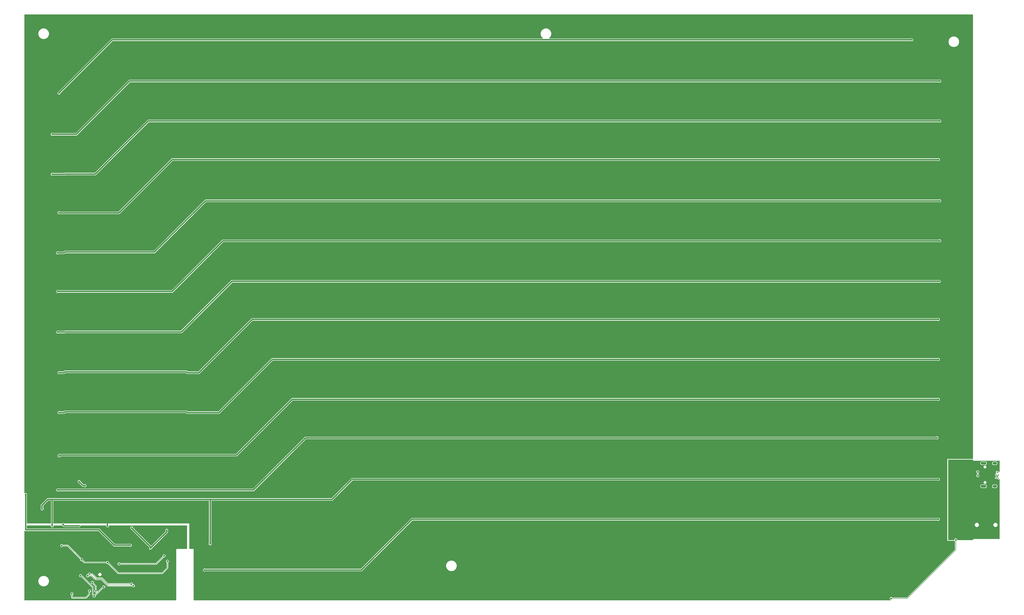
<source format=gbl>
G04 EAGLE Gerber RS-274X export*
G75*
%MOMM*%
%FSLAX34Y34*%
%LPD*%
%INBottom Copper*%
%IPPOS*%
%AMOC8*
5,1,8,0,0,1.08239X$1,22.5*%
G01*
%ADD10C,0.203200*%
%ADD11C,1.000000*%
%ADD12C,0.736600*%
%ADD13C,0.550000*%
%ADD14C,1.270000*%

G36*
X3253104Y2807D02*
X3253104Y2807D01*
X3253190Y2809D01*
X3253244Y2827D01*
X3253300Y2835D01*
X3253379Y2870D01*
X3253461Y2896D01*
X3253508Y2928D01*
X3253560Y2951D01*
X3253625Y3006D01*
X3253697Y3054D01*
X3253733Y3098D01*
X3253777Y3134D01*
X3253824Y3206D01*
X3253880Y3272D01*
X3253903Y3324D01*
X3253934Y3371D01*
X3253960Y3453D01*
X3253995Y3532D01*
X3254003Y3588D01*
X3254020Y3642D01*
X3254022Y3728D01*
X3254034Y3813D01*
X3254026Y3869D01*
X3254027Y3926D01*
X3254006Y4009D01*
X3253993Y4095D01*
X3253970Y4146D01*
X3253956Y4201D01*
X3253912Y4275D01*
X3253876Y4354D01*
X3253840Y4397D01*
X3253810Y4446D01*
X3253748Y4505D01*
X3253692Y4570D01*
X3253650Y4596D01*
X3253603Y4640D01*
X3253474Y4706D01*
X3253407Y4748D01*
X3251906Y5370D01*
X3250370Y6906D01*
X3249538Y8914D01*
X3249538Y11086D01*
X3250370Y13094D01*
X3251906Y14630D01*
X3253914Y15462D01*
X3256086Y15462D01*
X3258094Y14630D01*
X3259632Y13092D01*
X3259702Y13040D01*
X3259766Y12980D01*
X3259815Y12954D01*
X3259859Y12921D01*
X3259941Y12890D01*
X3260019Y12850D01*
X3260066Y12842D01*
X3260125Y12820D01*
X3260273Y12808D01*
X3260350Y12795D01*
X3313422Y12795D01*
X3313508Y12807D01*
X3313596Y12810D01*
X3313649Y12827D01*
X3313703Y12835D01*
X3313783Y12870D01*
X3313866Y12897D01*
X3313906Y12925D01*
X3313963Y12951D01*
X3314076Y13047D01*
X3314140Y13092D01*
X3494408Y193360D01*
X3494460Y193430D01*
X3494520Y193494D01*
X3494546Y193543D01*
X3494579Y193587D01*
X3494610Y193669D01*
X3494650Y193747D01*
X3494658Y193795D01*
X3494680Y193853D01*
X3494692Y194001D01*
X3494705Y194078D01*
X3494705Y224650D01*
X3494693Y224737D01*
X3494690Y224824D01*
X3494673Y224877D01*
X3494665Y224932D01*
X3494630Y225011D01*
X3494603Y225095D01*
X3494575Y225134D01*
X3494549Y225191D01*
X3494453Y225304D01*
X3494408Y225368D01*
X3494058Y225718D01*
X3493988Y225770D01*
X3493924Y225830D01*
X3493875Y225856D01*
X3493831Y225889D01*
X3493749Y225920D01*
X3493671Y225960D01*
X3493624Y225968D01*
X3493565Y225990D01*
X3493417Y226002D01*
X3493340Y226015D01*
X3466015Y226015D01*
X3466015Y533985D01*
X3561190Y533985D01*
X3561248Y533993D01*
X3561306Y533991D01*
X3561388Y534013D01*
X3561472Y534025D01*
X3561525Y534048D01*
X3561581Y534063D01*
X3561654Y534106D01*
X3561731Y534141D01*
X3561776Y534179D01*
X3561826Y534208D01*
X3561884Y534270D01*
X3561948Y534324D01*
X3561980Y534373D01*
X3562020Y534416D01*
X3562059Y534491D01*
X3562106Y534561D01*
X3562123Y534617D01*
X3562150Y534669D01*
X3562161Y534737D01*
X3562191Y534832D01*
X3562194Y534932D01*
X3562205Y535000D01*
X3562205Y2201190D01*
X3562197Y2201248D01*
X3562199Y2201306D01*
X3562177Y2201388D01*
X3562165Y2201472D01*
X3562142Y2201525D01*
X3562127Y2201581D01*
X3562084Y2201654D01*
X3562049Y2201731D01*
X3562011Y2201776D01*
X3561982Y2201826D01*
X3561920Y2201884D01*
X3561866Y2201948D01*
X3561817Y2201980D01*
X3561774Y2202020D01*
X3561699Y2202059D01*
X3561629Y2202106D01*
X3561573Y2202123D01*
X3561521Y2202150D01*
X3561453Y2202161D01*
X3561358Y2202191D01*
X3561258Y2202194D01*
X3561190Y2202205D01*
X3810Y2202205D01*
X3752Y2202197D01*
X3694Y2202199D01*
X3612Y2202177D01*
X3528Y2202165D01*
X3475Y2202142D01*
X3419Y2202127D01*
X3346Y2202084D01*
X3269Y2202049D01*
X3224Y2202011D01*
X3174Y2201982D01*
X3116Y2201920D01*
X3052Y2201866D01*
X3020Y2201817D01*
X2980Y2201774D01*
X2941Y2201699D01*
X2894Y2201629D01*
X2877Y2201573D01*
X2850Y2201521D01*
X2839Y2201453D01*
X2809Y2201358D01*
X2806Y2201258D01*
X2795Y2201190D01*
X2795Y405470D01*
X2799Y405440D01*
X2796Y405411D01*
X2819Y405300D01*
X2835Y405188D01*
X2847Y405161D01*
X2853Y405132D01*
X2905Y405032D01*
X2951Y404929D01*
X2970Y404906D01*
X2984Y404880D01*
X3062Y404798D01*
X3134Y404712D01*
X3159Y404695D01*
X3180Y404674D01*
X3277Y404617D01*
X3371Y404554D01*
X3400Y404545D01*
X3425Y404530D01*
X3534Y404503D01*
X3642Y404469D01*
X3672Y404468D01*
X3701Y404460D01*
X3813Y404464D01*
X3926Y404461D01*
X3955Y404469D01*
X3985Y404470D01*
X4092Y404505D01*
X4201Y404533D01*
X4227Y404548D01*
X4255Y404557D01*
X4290Y404582D01*
X6414Y405462D01*
X8586Y405462D01*
X10594Y404630D01*
X12130Y403094D01*
X12962Y401086D01*
X12962Y398914D01*
X12106Y396848D01*
X12098Y396818D01*
X12084Y396790D01*
X12071Y396713D01*
X12035Y396572D01*
X12037Y396508D01*
X12029Y396459D01*
X12029Y292500D01*
X12037Y292442D01*
X12035Y292384D01*
X12057Y292302D01*
X12069Y292219D01*
X12092Y292165D01*
X12107Y292109D01*
X12150Y292036D01*
X12185Y291959D01*
X12223Y291914D01*
X12252Y291864D01*
X12314Y291806D01*
X12368Y291742D01*
X12417Y291710D01*
X12460Y291670D01*
X12535Y291631D01*
X12605Y291585D01*
X12661Y291567D01*
X12713Y291540D01*
X12781Y291529D01*
X12876Y291499D01*
X12976Y291496D01*
X13044Y291485D01*
X101456Y291485D01*
X101514Y291493D01*
X101572Y291491D01*
X101654Y291513D01*
X101738Y291525D01*
X101791Y291549D01*
X101847Y291563D01*
X101920Y291606D01*
X101997Y291641D01*
X102042Y291679D01*
X102092Y291709D01*
X102150Y291770D01*
X102214Y291825D01*
X102246Y291873D01*
X102286Y291916D01*
X102325Y291991D01*
X102372Y292061D01*
X102389Y292117D01*
X102416Y292169D01*
X102427Y292237D01*
X102457Y292332D01*
X102460Y292432D01*
X102471Y292500D01*
X102471Y375956D01*
X102463Y376014D01*
X102465Y376072D01*
X102443Y376154D01*
X102431Y376238D01*
X102408Y376291D01*
X102393Y376347D01*
X102350Y376420D01*
X102315Y376497D01*
X102277Y376542D01*
X102248Y376592D01*
X102186Y376650D01*
X102132Y376714D01*
X102083Y376746D01*
X102040Y376786D01*
X101965Y376825D01*
X101895Y376872D01*
X101839Y376889D01*
X101787Y376916D01*
X101719Y376927D01*
X101624Y376957D01*
X101524Y376960D01*
X101456Y376971D01*
X93296Y376971D01*
X93210Y376959D01*
X93122Y376956D01*
X93070Y376939D01*
X93015Y376931D01*
X92935Y376896D01*
X92852Y376869D01*
X92813Y376841D01*
X92755Y376815D01*
X92642Y376719D01*
X92579Y376674D01*
X73826Y357921D01*
X73774Y357852D01*
X73714Y357788D01*
X73688Y357738D01*
X73655Y357694D01*
X73624Y357613D01*
X73584Y357535D01*
X73576Y357487D01*
X73554Y357429D01*
X73542Y357281D01*
X73529Y357204D01*
X73529Y349541D01*
X73533Y349510D01*
X73531Y349479D01*
X73548Y349403D01*
X73569Y349259D01*
X73595Y349201D01*
X73606Y349152D01*
X74462Y347086D01*
X74462Y344914D01*
X73630Y342906D01*
X72094Y341370D01*
X70086Y340538D01*
X67914Y340538D01*
X65906Y341370D01*
X64370Y342906D01*
X63538Y344914D01*
X63538Y347086D01*
X64394Y349152D01*
X64402Y349182D01*
X64416Y349210D01*
X64429Y349287D01*
X64465Y349428D01*
X64463Y349492D01*
X64471Y349541D01*
X64471Y361376D01*
X89124Y386029D01*
X1154204Y386029D01*
X1154290Y386041D01*
X1154378Y386044D01*
X1154430Y386061D01*
X1154485Y386069D01*
X1154565Y386104D01*
X1154648Y386131D01*
X1154687Y386159D01*
X1154745Y386185D01*
X1154858Y386281D01*
X1154921Y386326D01*
X1227674Y459078D01*
X1227674Y459079D01*
X1230624Y462029D01*
X3428959Y462029D01*
X3428990Y462033D01*
X3429021Y462031D01*
X3429097Y462048D01*
X3429241Y462069D01*
X3429299Y462095D01*
X3429348Y462106D01*
X3431414Y462962D01*
X3433586Y462962D01*
X3435594Y462130D01*
X3437130Y460594D01*
X3437962Y458586D01*
X3437962Y456414D01*
X3437130Y454406D01*
X3435594Y452870D01*
X3433586Y452038D01*
X3431414Y452038D01*
X3429348Y452894D01*
X3429318Y452902D01*
X3429290Y452916D01*
X3429213Y452929D01*
X3429072Y452965D01*
X3429008Y452963D01*
X3428959Y452971D01*
X1234796Y452971D01*
X1234710Y452959D01*
X1234622Y452956D01*
X1234570Y452939D01*
X1234515Y452931D01*
X1234435Y452896D01*
X1234352Y452869D01*
X1234313Y452841D01*
X1234255Y452815D01*
X1234142Y452719D01*
X1234078Y452674D01*
X1161326Y379921D01*
X1158376Y376971D01*
X705544Y376971D01*
X705486Y376963D01*
X705428Y376965D01*
X705346Y376943D01*
X705262Y376931D01*
X705209Y376908D01*
X705153Y376893D01*
X705080Y376850D01*
X705003Y376815D01*
X704958Y376777D01*
X704908Y376748D01*
X704850Y376686D01*
X704786Y376632D01*
X704754Y376583D01*
X704714Y376540D01*
X704675Y376465D01*
X704628Y376395D01*
X704611Y376339D01*
X704584Y376287D01*
X704573Y376219D01*
X704543Y376124D01*
X704540Y376024D01*
X704529Y375956D01*
X704529Y218541D01*
X704533Y218510D01*
X704531Y218479D01*
X704548Y218403D01*
X704569Y218259D01*
X704595Y218201D01*
X704606Y218152D01*
X705462Y216086D01*
X705462Y213914D01*
X704630Y211906D01*
X703094Y210370D01*
X701086Y209538D01*
X698914Y209538D01*
X696906Y210370D01*
X695370Y211906D01*
X694538Y213914D01*
X694538Y216086D01*
X695394Y218152D01*
X695402Y218182D01*
X695416Y218210D01*
X695429Y218287D01*
X695465Y218428D01*
X695463Y218492D01*
X695471Y218541D01*
X695471Y375956D01*
X695463Y376014D01*
X695465Y376072D01*
X695443Y376154D01*
X695431Y376238D01*
X695408Y376291D01*
X695393Y376347D01*
X695350Y376420D01*
X695315Y376497D01*
X695277Y376542D01*
X695248Y376592D01*
X695186Y376650D01*
X695132Y376714D01*
X695083Y376746D01*
X695040Y376786D01*
X694965Y376825D01*
X694895Y376872D01*
X694839Y376889D01*
X694787Y376916D01*
X694719Y376927D01*
X694624Y376957D01*
X694524Y376960D01*
X694456Y376971D01*
X112544Y376971D01*
X112486Y376963D01*
X112428Y376965D01*
X112346Y376943D01*
X112262Y376931D01*
X112209Y376908D01*
X112153Y376893D01*
X112080Y376850D01*
X112003Y376815D01*
X111958Y376777D01*
X111908Y376748D01*
X111850Y376686D01*
X111786Y376632D01*
X111754Y376583D01*
X111714Y376540D01*
X111675Y376465D01*
X111628Y376395D01*
X111611Y376339D01*
X111584Y376287D01*
X111573Y376219D01*
X111543Y376124D01*
X111540Y376024D01*
X111529Y375956D01*
X111529Y292500D01*
X111537Y292442D01*
X111535Y292384D01*
X111557Y292302D01*
X111569Y292219D01*
X111592Y292165D01*
X111607Y292109D01*
X111650Y292036D01*
X111685Y291959D01*
X111723Y291914D01*
X111752Y291864D01*
X111814Y291806D01*
X111868Y291742D01*
X111917Y291710D01*
X111960Y291670D01*
X112035Y291631D01*
X112105Y291585D01*
X112161Y291567D01*
X112213Y291540D01*
X112281Y291529D01*
X112376Y291499D01*
X112476Y291496D01*
X112544Y291485D01*
X143110Y291485D01*
X143197Y291497D01*
X143284Y291500D01*
X143337Y291517D01*
X143392Y291525D01*
X143471Y291560D01*
X143555Y291587D01*
X143594Y291615D01*
X143651Y291641D01*
X143764Y291737D01*
X143828Y291782D01*
X144541Y292495D01*
X146549Y293327D01*
X148721Y293327D01*
X150729Y292495D01*
X151442Y291782D01*
X151512Y291730D01*
X151576Y291670D01*
X151625Y291644D01*
X151669Y291611D01*
X151751Y291580D01*
X151829Y291540D01*
X151876Y291532D01*
X151935Y291510D01*
X152082Y291498D01*
X152160Y291485D01*
X621485Y291485D01*
X621485Y197010D01*
X621493Y196952D01*
X621491Y196894D01*
X621513Y196812D01*
X621525Y196728D01*
X621549Y196675D01*
X621563Y196619D01*
X621606Y196546D01*
X621641Y196469D01*
X621679Y196424D01*
X621709Y196374D01*
X621770Y196316D01*
X621825Y196252D01*
X621873Y196220D01*
X621916Y196180D01*
X621991Y196141D01*
X622061Y196094D01*
X622117Y196077D01*
X622169Y196050D01*
X622237Y196039D01*
X622332Y196009D01*
X622432Y196006D01*
X622500Y195995D01*
X636478Y195995D01*
X638115Y194358D01*
X638115Y3810D01*
X638123Y3752D01*
X638121Y3694D01*
X638143Y3612D01*
X638155Y3528D01*
X638178Y3475D01*
X638193Y3419D01*
X638236Y3346D01*
X638271Y3269D01*
X638309Y3224D01*
X638338Y3174D01*
X638400Y3116D01*
X638454Y3052D01*
X638503Y3020D01*
X638546Y2980D01*
X638621Y2941D01*
X638691Y2894D01*
X638747Y2877D01*
X638799Y2850D01*
X638867Y2839D01*
X638962Y2809D01*
X639062Y2806D01*
X639130Y2795D01*
X3253019Y2795D01*
X3253104Y2807D01*
G37*
G36*
X571878Y2803D02*
X571878Y2803D01*
X571936Y2801D01*
X572018Y2823D01*
X572102Y2835D01*
X572155Y2858D01*
X572211Y2873D01*
X572284Y2916D01*
X572361Y2951D01*
X572406Y2989D01*
X572456Y3018D01*
X572514Y3080D01*
X572578Y3134D01*
X572610Y3183D01*
X572650Y3226D01*
X572689Y3301D01*
X572736Y3371D01*
X572753Y3427D01*
X572780Y3479D01*
X572791Y3547D01*
X572821Y3642D01*
X572824Y3742D01*
X572835Y3810D01*
X572835Y194358D01*
X574472Y195995D01*
X612500Y195995D01*
X612558Y196003D01*
X612616Y196001D01*
X612698Y196023D01*
X612782Y196035D01*
X612835Y196058D01*
X612891Y196073D01*
X612964Y196116D01*
X613041Y196151D01*
X613086Y196189D01*
X613136Y196218D01*
X613194Y196280D01*
X613258Y196334D01*
X613290Y196383D01*
X613330Y196426D01*
X613369Y196501D01*
X613416Y196571D01*
X613433Y196627D01*
X613460Y196679D01*
X613471Y196747D01*
X613501Y196842D01*
X613504Y196942D01*
X613515Y197010D01*
X613515Y282500D01*
X613507Y282558D01*
X613509Y282616D01*
X613487Y282698D01*
X613475Y282782D01*
X613452Y282835D01*
X613437Y282891D01*
X613394Y282964D01*
X613359Y283041D01*
X613321Y283086D01*
X613292Y283136D01*
X613230Y283194D01*
X613176Y283258D01*
X613127Y283290D01*
X613084Y283330D01*
X613009Y283369D01*
X612939Y283416D01*
X612883Y283433D01*
X612831Y283460D01*
X612763Y283471D01*
X612668Y283501D01*
X612568Y283504D01*
X612500Y283515D01*
X320977Y283515D01*
X320919Y283507D01*
X320861Y283509D01*
X320779Y283487D01*
X320695Y283475D01*
X320642Y283452D01*
X320586Y283437D01*
X320513Y283394D01*
X320436Y283359D01*
X320391Y283321D01*
X320341Y283292D01*
X320283Y283230D01*
X320219Y283176D01*
X320187Y283127D01*
X320147Y283084D01*
X320108Y283009D01*
X320061Y282939D01*
X320044Y282883D01*
X320017Y282831D01*
X320006Y282763D01*
X319976Y282668D01*
X319973Y282568D01*
X319962Y282500D01*
X319962Y281414D01*
X319130Y279406D01*
X317594Y277870D01*
X315586Y277038D01*
X313414Y277038D01*
X311406Y277870D01*
X309870Y279406D01*
X309038Y281414D01*
X309038Y282500D01*
X309030Y282558D01*
X309032Y282616D01*
X309010Y282698D01*
X308998Y282782D01*
X308975Y282835D01*
X308960Y282891D01*
X308917Y282964D01*
X308882Y283041D01*
X308844Y283086D01*
X308815Y283136D01*
X308753Y283194D01*
X308699Y283258D01*
X308650Y283290D01*
X308607Y283330D01*
X308532Y283369D01*
X308462Y283416D01*
X308406Y283433D01*
X308354Y283460D01*
X308286Y283471D01*
X308191Y283501D01*
X308091Y283504D01*
X308023Y283515D01*
X213977Y283515D01*
X213919Y283507D01*
X213861Y283509D01*
X213779Y283487D01*
X213695Y283475D01*
X213642Y283452D01*
X213586Y283437D01*
X213513Y283394D01*
X213436Y283359D01*
X213391Y283321D01*
X213341Y283292D01*
X213283Y283230D01*
X213219Y283176D01*
X213187Y283127D01*
X213147Y283084D01*
X213108Y283009D01*
X213061Y282939D01*
X213044Y282883D01*
X213017Y282831D01*
X213006Y282763D01*
X212976Y282668D01*
X212973Y282568D01*
X212962Y282500D01*
X212962Y281414D01*
X212130Y279406D01*
X210594Y277870D01*
X208586Y277038D01*
X206414Y277038D01*
X204348Y277894D01*
X204318Y277902D01*
X204290Y277916D01*
X204213Y277929D01*
X204072Y277965D01*
X204008Y277963D01*
X203959Y277971D01*
X151124Y277971D01*
X146936Y282159D01*
X146912Y282178D01*
X146892Y282201D01*
X146825Y282243D01*
X146709Y282330D01*
X146649Y282353D01*
X146607Y282379D01*
X144529Y283240D01*
X144488Y283270D01*
X144424Y283330D01*
X144375Y283356D01*
X144331Y283389D01*
X144249Y283420D01*
X144171Y283460D01*
X144124Y283468D01*
X144065Y283490D01*
X143917Y283502D01*
X143840Y283515D01*
X113477Y283515D01*
X113419Y283507D01*
X113361Y283509D01*
X113279Y283487D01*
X113195Y283475D01*
X113142Y283452D01*
X113086Y283437D01*
X113013Y283394D01*
X112936Y283359D01*
X112891Y283321D01*
X112841Y283292D01*
X112783Y283230D01*
X112719Y283176D01*
X112687Y283127D01*
X112647Y283084D01*
X112608Y283009D01*
X112561Y282939D01*
X112544Y282883D01*
X112517Y282831D01*
X112506Y282763D01*
X112476Y282668D01*
X112473Y282568D01*
X112462Y282500D01*
X112462Y281914D01*
X111630Y279906D01*
X110094Y278370D01*
X108086Y277538D01*
X105914Y277538D01*
X103906Y278370D01*
X102370Y279906D01*
X101538Y281914D01*
X101538Y282500D01*
X101530Y282558D01*
X101532Y282616D01*
X101510Y282698D01*
X101498Y282782D01*
X101475Y282835D01*
X101460Y282891D01*
X101417Y282964D01*
X101382Y283041D01*
X101344Y283086D01*
X101315Y283136D01*
X101253Y283194D01*
X101199Y283258D01*
X101150Y283290D01*
X101107Y283330D01*
X101032Y283369D01*
X100962Y283416D01*
X100906Y283433D01*
X100854Y283460D01*
X100786Y283471D01*
X100691Y283501D01*
X100591Y283504D01*
X100523Y283515D01*
X13044Y283515D01*
X12986Y283507D01*
X12928Y283509D01*
X12846Y283487D01*
X12762Y283475D01*
X12709Y283452D01*
X12653Y283437D01*
X12580Y283394D01*
X12503Y283359D01*
X12458Y283321D01*
X12408Y283292D01*
X12350Y283230D01*
X12286Y283176D01*
X12254Y283127D01*
X12214Y283084D01*
X12175Y283009D01*
X12128Y282939D01*
X12111Y282883D01*
X12084Y282831D01*
X12073Y282763D01*
X12043Y282668D01*
X12040Y282568D01*
X12029Y282500D01*
X12029Y273044D01*
X12037Y272986D01*
X12035Y272928D01*
X12057Y272846D01*
X12069Y272762D01*
X12092Y272709D01*
X12107Y272653D01*
X12150Y272580D01*
X12185Y272503D01*
X12223Y272458D01*
X12252Y272408D01*
X12314Y272350D01*
X12368Y272286D01*
X12417Y272254D01*
X12460Y272214D01*
X12535Y272175D01*
X12605Y272128D01*
X12661Y272111D01*
X12713Y272084D01*
X12781Y272073D01*
X12876Y272043D01*
X12976Y272040D01*
X13044Y272029D01*
X284376Y272029D01*
X341579Y214826D01*
X341648Y214774D01*
X341712Y214714D01*
X341762Y214688D01*
X341806Y214655D01*
X341887Y214624D01*
X341965Y214584D01*
X342013Y214576D01*
X342071Y214554D01*
X342219Y214542D01*
X342296Y214529D01*
X396459Y214529D01*
X396490Y214533D01*
X396521Y214531D01*
X396597Y214548D01*
X396741Y214569D01*
X396799Y214595D01*
X396848Y214606D01*
X398914Y215462D01*
X401086Y215462D01*
X403094Y214630D01*
X404630Y213094D01*
X405462Y211086D01*
X405462Y208914D01*
X404630Y206906D01*
X403094Y205370D01*
X401086Y204538D01*
X398914Y204538D01*
X396848Y205394D01*
X396818Y205402D01*
X396790Y205416D01*
X396713Y205429D01*
X396572Y205465D01*
X396508Y205463D01*
X396459Y205471D01*
X338124Y205471D01*
X280921Y262674D01*
X280852Y262726D01*
X280788Y262786D01*
X280738Y262812D01*
X280694Y262845D01*
X280613Y262876D01*
X280535Y262916D01*
X280487Y262924D01*
X280429Y262946D01*
X280281Y262958D01*
X280204Y262971D01*
X5624Y262971D01*
X4528Y264068D01*
X4504Y264085D01*
X4485Y264108D01*
X4391Y264170D01*
X4301Y264238D01*
X4273Y264249D01*
X4249Y264265D01*
X4141Y264299D01*
X4035Y264340D01*
X4006Y264342D01*
X3978Y264351D01*
X3864Y264354D01*
X3752Y264363D01*
X3723Y264357D01*
X3694Y264358D01*
X3584Y264330D01*
X3473Y264307D01*
X3447Y264294D01*
X3419Y264286D01*
X3321Y264229D01*
X3221Y264176D01*
X3199Y264156D01*
X3174Y264141D01*
X3097Y264059D01*
X3015Y263981D01*
X3000Y263955D01*
X2980Y263934D01*
X2928Y263833D01*
X2871Y263735D01*
X2864Y263707D01*
X2850Y263681D01*
X2837Y263603D01*
X2801Y263460D01*
X2803Y263397D01*
X2795Y263350D01*
X2795Y3810D01*
X2803Y3752D01*
X2801Y3694D01*
X2823Y3612D01*
X2835Y3528D01*
X2858Y3475D01*
X2873Y3419D01*
X2916Y3346D01*
X2951Y3269D01*
X2989Y3224D01*
X3018Y3174D01*
X3080Y3116D01*
X3134Y3052D01*
X3183Y3020D01*
X3226Y2980D01*
X3301Y2941D01*
X3371Y2894D01*
X3427Y2877D01*
X3479Y2850D01*
X3547Y2839D01*
X3642Y2809D01*
X3742Y2806D01*
X3810Y2795D01*
X571820Y2795D01*
X571878Y2803D01*
G37*
G36*
X3491081Y228993D02*
X3491081Y228993D01*
X3491139Y228991D01*
X3491221Y229013D01*
X3491305Y229025D01*
X3491358Y229049D01*
X3491414Y229063D01*
X3491487Y229106D01*
X3491564Y229141D01*
X3491609Y229179D01*
X3491659Y229209D01*
X3491717Y229270D01*
X3491781Y229325D01*
X3491813Y229373D01*
X3491853Y229416D01*
X3491892Y229491D01*
X3491939Y229561D01*
X3491956Y229617D01*
X3491983Y229669D01*
X3491994Y229737D01*
X3492024Y229832D01*
X3492027Y229932D01*
X3492038Y230000D01*
X3492038Y231086D01*
X3492870Y233094D01*
X3494406Y234630D01*
X3496414Y235462D01*
X3498586Y235462D01*
X3500594Y234630D01*
X3502130Y233094D01*
X3502962Y231086D01*
X3502962Y230000D01*
X3502970Y229942D01*
X3502968Y229884D01*
X3502990Y229802D01*
X3503002Y229719D01*
X3503025Y229665D01*
X3503040Y229609D01*
X3503083Y229536D01*
X3503118Y229459D01*
X3503156Y229414D01*
X3503185Y229364D01*
X3503247Y229306D01*
X3503301Y229242D01*
X3503350Y229210D01*
X3503393Y229170D01*
X3503468Y229131D01*
X3503538Y229085D01*
X3503594Y229067D01*
X3503646Y229040D01*
X3503714Y229029D01*
X3503809Y228999D01*
X3503909Y228996D01*
X3503977Y228985D01*
X3561190Y228985D01*
X3561248Y228993D01*
X3561306Y228991D01*
X3561388Y229013D01*
X3561472Y229025D01*
X3561525Y229049D01*
X3561581Y229063D01*
X3561654Y229106D01*
X3561731Y229141D01*
X3561776Y229179D01*
X3561826Y229209D01*
X3561884Y229270D01*
X3561948Y229325D01*
X3561980Y229373D01*
X3562020Y229416D01*
X3562059Y229491D01*
X3562106Y229561D01*
X3562123Y229617D01*
X3562150Y229669D01*
X3562161Y229737D01*
X3562191Y229832D01*
X3562194Y229932D01*
X3562205Y230000D01*
X3562205Y231158D01*
X3563842Y232795D01*
X3661190Y232795D01*
X3661248Y232803D01*
X3661306Y232801D01*
X3661388Y232823D01*
X3661472Y232835D01*
X3661525Y232858D01*
X3661581Y232873D01*
X3661654Y232916D01*
X3661731Y232951D01*
X3661776Y232989D01*
X3661826Y233018D01*
X3661884Y233080D01*
X3661948Y233134D01*
X3661980Y233183D01*
X3662020Y233226D01*
X3662059Y233301D01*
X3662106Y233371D01*
X3662123Y233427D01*
X3662150Y233479D01*
X3662161Y233547D01*
X3662191Y233642D01*
X3662194Y233742D01*
X3662205Y233810D01*
X3662205Y457191D01*
X3662201Y457220D01*
X3662204Y457249D01*
X3662181Y457360D01*
X3662165Y457472D01*
X3662153Y457499D01*
X3662148Y457528D01*
X3662095Y457629D01*
X3662049Y457732D01*
X3662030Y457754D01*
X3662017Y457780D01*
X3661939Y457862D01*
X3661866Y457949D01*
X3661841Y457965D01*
X3661821Y457986D01*
X3661723Y458044D01*
X3661629Y458106D01*
X3661601Y458115D01*
X3661576Y458130D01*
X3661466Y458158D01*
X3661358Y458192D01*
X3661328Y458193D01*
X3661300Y458200D01*
X3661187Y458197D01*
X3661074Y458200D01*
X3661045Y458192D01*
X3661016Y458191D01*
X3660908Y458156D01*
X3660799Y458128D01*
X3660773Y458113D01*
X3660745Y458104D01*
X3660682Y458058D01*
X3660554Y457982D01*
X3660511Y457937D01*
X3660472Y457909D01*
X3658832Y456268D01*
X3656516Y456268D01*
X3654879Y457905D01*
X3654879Y458216D01*
X3654871Y458274D01*
X3654873Y458333D01*
X3654851Y458414D01*
X3654839Y458498D01*
X3654816Y458551D01*
X3654801Y458608D01*
X3654758Y458680D01*
X3654723Y458757D01*
X3654685Y458802D01*
X3654656Y458852D01*
X3654594Y458910D01*
X3654540Y458974D01*
X3654491Y459007D01*
X3654448Y459047D01*
X3654373Y459085D01*
X3654303Y459132D01*
X3654247Y459150D01*
X3654195Y459176D01*
X3654127Y459188D01*
X3654032Y459218D01*
X3653932Y459220D01*
X3653864Y459232D01*
X3647217Y459232D01*
X3647154Y459223D01*
X3647105Y459225D01*
X3646123Y459116D01*
X3646059Y459154D01*
X3646029Y459162D01*
X3646001Y459176D01*
X3645923Y459189D01*
X3645880Y459200D01*
X3645179Y459901D01*
X3645128Y459939D01*
X3645095Y459976D01*
X3644324Y460593D01*
X3644305Y460665D01*
X3644289Y460692D01*
X3644280Y460722D01*
X3644234Y460786D01*
X3644211Y460825D01*
X3644211Y461815D01*
X3644202Y461879D01*
X3644205Y461927D01*
X3644096Y462910D01*
X3644134Y462973D01*
X3644141Y463004D01*
X3644156Y463032D01*
X3644169Y463109D01*
X3644180Y463153D01*
X3644881Y463853D01*
X3644919Y463904D01*
X3644956Y463937D01*
X3647918Y467640D01*
X3650219Y467895D01*
X3652027Y466449D01*
X3652107Y465724D01*
X3652108Y465722D01*
X3652107Y465720D01*
X3652143Y465585D01*
X3652178Y465449D01*
X3652179Y465447D01*
X3652179Y465445D01*
X3652249Y465328D01*
X3652322Y465204D01*
X3652323Y465202D01*
X3652325Y465201D01*
X3652426Y465106D01*
X3652528Y465009D01*
X3652530Y465008D01*
X3652532Y465006D01*
X3652657Y464942D01*
X3652781Y464878D01*
X3652783Y464878D01*
X3652785Y464877D01*
X3652805Y464873D01*
X3653060Y464823D01*
X3653091Y464825D01*
X3653116Y464821D01*
X3653864Y464821D01*
X3653922Y464829D01*
X3653980Y464828D01*
X3654062Y464849D01*
X3654146Y464861D01*
X3654199Y464885D01*
X3654255Y464900D01*
X3654328Y464943D01*
X3654405Y464977D01*
X3654450Y465015D01*
X3654500Y465045D01*
X3654558Y465106D01*
X3654622Y465161D01*
X3654654Y465210D01*
X3654694Y465252D01*
X3654733Y465327D01*
X3654780Y465398D01*
X3654797Y465453D01*
X3654824Y465505D01*
X3654835Y465573D01*
X3654865Y465669D01*
X3654868Y465768D01*
X3654879Y465836D01*
X3654879Y466147D01*
X3655755Y467024D01*
X3655790Y467070D01*
X3655833Y467111D01*
X3655876Y467183D01*
X3655926Y467251D01*
X3655947Y467305D01*
X3655977Y467356D01*
X3655997Y467437D01*
X3656028Y467516D01*
X3656032Y467575D01*
X3656047Y467631D01*
X3656044Y467716D01*
X3656051Y467800D01*
X3656040Y467857D01*
X3656038Y467915D01*
X3656012Y467996D01*
X3655995Y468078D01*
X3655968Y468130D01*
X3655950Y468186D01*
X3655910Y468242D01*
X3655864Y468331D01*
X3655796Y468403D01*
X3655755Y468459D01*
X3654879Y469335D01*
X3654879Y469646D01*
X3654872Y469697D01*
X3654873Y469715D01*
X3654871Y469720D01*
X3654873Y469763D01*
X3654851Y469844D01*
X3654839Y469928D01*
X3654816Y469981D01*
X3654801Y470038D01*
X3654758Y470110D01*
X3654723Y470187D01*
X3654685Y470232D01*
X3654656Y470282D01*
X3654594Y470340D01*
X3654540Y470404D01*
X3654491Y470437D01*
X3654448Y470477D01*
X3654373Y470515D01*
X3654303Y470562D01*
X3654247Y470580D01*
X3654195Y470606D01*
X3654127Y470618D01*
X3654032Y470648D01*
X3653932Y470650D01*
X3653864Y470662D01*
X3647217Y470662D01*
X3647154Y470653D01*
X3647105Y470655D01*
X3646123Y470546D01*
X3646059Y470584D01*
X3646029Y470592D01*
X3646001Y470606D01*
X3645923Y470619D01*
X3645880Y470630D01*
X3645179Y471331D01*
X3645128Y471369D01*
X3645095Y471406D01*
X3644324Y472023D01*
X3644305Y472095D01*
X3644289Y472122D01*
X3644280Y472152D01*
X3644234Y472216D01*
X3644211Y472255D01*
X3644211Y473245D01*
X3644202Y473309D01*
X3644205Y473357D01*
X3644096Y474340D01*
X3644134Y474403D01*
X3644141Y474434D01*
X3644156Y474462D01*
X3644169Y474539D01*
X3644180Y474583D01*
X3644881Y475283D01*
X3644919Y475334D01*
X3644956Y475367D01*
X3647902Y479050D01*
X3647928Y479095D01*
X3647962Y479134D01*
X3648000Y479216D01*
X3648046Y479294D01*
X3648059Y479345D01*
X3648081Y479392D01*
X3648095Y479482D01*
X3648118Y479569D01*
X3648116Y479622D01*
X3648124Y479673D01*
X3648113Y479745D01*
X3648110Y479854D01*
X3648082Y479941D01*
X3648072Y480005D01*
X3647545Y481587D01*
X3648396Y483289D01*
X3648401Y483305D01*
X3648410Y483320D01*
X3648446Y483440D01*
X3648486Y483559D01*
X3648487Y483576D01*
X3648492Y483592D01*
X3648493Y483718D01*
X3648498Y483843D01*
X3648494Y483859D01*
X3648494Y483876D01*
X3648473Y483945D01*
X3648431Y484119D01*
X3648407Y484161D01*
X3648396Y484197D01*
X3647545Y485900D01*
X3648277Y488096D01*
X3650348Y489131D01*
X3657353Y486796D01*
X3657368Y486793D01*
X3657382Y486787D01*
X3657508Y486768D01*
X3657633Y486745D01*
X3657648Y486747D01*
X3657663Y486744D01*
X3657731Y486755D01*
X3657872Y486769D01*
X3658682Y486364D01*
X3658761Y486338D01*
X3658815Y486309D01*
X3659680Y486021D01*
X3659695Y486000D01*
X3659767Y485895D01*
X3659779Y485885D01*
X3659788Y485873D01*
X3659844Y485832D01*
X3659953Y485743D01*
X3660227Y484922D01*
X3660281Y484814D01*
X3660331Y484703D01*
X3660344Y484687D01*
X3660354Y484668D01*
X3660436Y484578D01*
X3660515Y484486D01*
X3660532Y484474D01*
X3660546Y484459D01*
X3660650Y484395D01*
X3660751Y484328D01*
X3660771Y484322D01*
X3660789Y484311D01*
X3660906Y484279D01*
X3661022Y484242D01*
X3661043Y484242D01*
X3661063Y484236D01*
X3661184Y484238D01*
X3661306Y484235D01*
X3661327Y484240D01*
X3661347Y484240D01*
X3661464Y484276D01*
X3661581Y484307D01*
X3661599Y484317D01*
X3661619Y484323D01*
X3661721Y484390D01*
X3661826Y484452D01*
X3661840Y484467D01*
X3661858Y484479D01*
X3661937Y484570D01*
X3662020Y484659D01*
X3662030Y484678D01*
X3662043Y484694D01*
X3662094Y484804D01*
X3662150Y484912D01*
X3662153Y484931D01*
X3662162Y484952D01*
X3662205Y485233D01*
X3662204Y485238D01*
X3662205Y485243D01*
X3662205Y526190D01*
X3662197Y526248D01*
X3662199Y526306D01*
X3662177Y526388D01*
X3662165Y526472D01*
X3662142Y526525D01*
X3662127Y526581D01*
X3662084Y526654D01*
X3662049Y526731D01*
X3662011Y526776D01*
X3661982Y526826D01*
X3661920Y526884D01*
X3661866Y526948D01*
X3661817Y526980D01*
X3661774Y527020D01*
X3661699Y527059D01*
X3661629Y527106D01*
X3661573Y527123D01*
X3661521Y527150D01*
X3661453Y527161D01*
X3661358Y527191D01*
X3661258Y527194D01*
X3661190Y527205D01*
X3563842Y527205D01*
X3562205Y528842D01*
X3562205Y530000D01*
X3562197Y530058D01*
X3562199Y530116D01*
X3562177Y530198D01*
X3562165Y530281D01*
X3562142Y530335D01*
X3562127Y530391D01*
X3562084Y530464D01*
X3562049Y530541D01*
X3562011Y530586D01*
X3561982Y530636D01*
X3561920Y530694D01*
X3561866Y530758D01*
X3561817Y530790D01*
X3561774Y530830D01*
X3561699Y530869D01*
X3561629Y530915D01*
X3561573Y530933D01*
X3561521Y530960D01*
X3561453Y530971D01*
X3561358Y531001D01*
X3561258Y531004D01*
X3561190Y531015D01*
X3470000Y531015D01*
X3469942Y531007D01*
X3469884Y531009D01*
X3469802Y530987D01*
X3469719Y530975D01*
X3469665Y530952D01*
X3469609Y530937D01*
X3469536Y530894D01*
X3469459Y530859D01*
X3469414Y530821D01*
X3469364Y530792D01*
X3469306Y530730D01*
X3469242Y530676D01*
X3469210Y530627D01*
X3469170Y530584D01*
X3469131Y530509D01*
X3469085Y530439D01*
X3469067Y530383D01*
X3469040Y530331D01*
X3469029Y530263D01*
X3468999Y530168D01*
X3468996Y530068D01*
X3468985Y530000D01*
X3468985Y230000D01*
X3468993Y229942D01*
X3468991Y229884D01*
X3469013Y229802D01*
X3469025Y229719D01*
X3469049Y229665D01*
X3469063Y229609D01*
X3469106Y229536D01*
X3469141Y229459D01*
X3469179Y229414D01*
X3469209Y229364D01*
X3469270Y229306D01*
X3469325Y229242D01*
X3469373Y229210D01*
X3469416Y229170D01*
X3469491Y229131D01*
X3469561Y229085D01*
X3469617Y229067D01*
X3469669Y229040D01*
X3469737Y229029D01*
X3469832Y228999D01*
X3469932Y228996D01*
X3470000Y228985D01*
X3491023Y228985D01*
X3491081Y228993D01*
G37*
%LPC*%
G36*
X131414Y1902038D02*
X131414Y1902038D01*
X129406Y1902870D01*
X127870Y1904406D01*
X127038Y1906414D01*
X127038Y1908586D01*
X127870Y1910594D01*
X129406Y1912130D01*
X131472Y1912986D01*
X131499Y1913002D01*
X131528Y1913011D01*
X131592Y1913057D01*
X131717Y1913130D01*
X131761Y1913177D01*
X131801Y1913206D01*
X327674Y2109079D01*
X330624Y2112029D01*
X1947690Y2112029D01*
X1947719Y2112033D01*
X1947749Y2112030D01*
X1947860Y2112053D01*
X1947972Y2112069D01*
X1947999Y2112081D01*
X1948027Y2112086D01*
X1948128Y2112138D01*
X1948231Y2112185D01*
X1948254Y2112204D01*
X1948280Y2112217D01*
X1948362Y2112295D01*
X1948448Y2112368D01*
X1948465Y2112393D01*
X1948486Y2112413D01*
X1948543Y2112511D01*
X1948606Y2112605D01*
X1948615Y2112633D01*
X1948629Y2112658D01*
X1948657Y2112768D01*
X1948692Y2112876D01*
X1948692Y2112906D01*
X1948700Y2112934D01*
X1948696Y2113047D01*
X1948699Y2113160D01*
X1948691Y2113189D01*
X1948691Y2113218D01*
X1948656Y2113326D01*
X1948627Y2113435D01*
X1948612Y2113461D01*
X1948603Y2113489D01*
X1948558Y2113552D01*
X1948482Y2113680D01*
X1948436Y2113723D01*
X1948408Y2113762D01*
X1943317Y2118853D01*
X1940321Y2126086D01*
X1940321Y2133914D01*
X1943317Y2141147D01*
X1948853Y2146683D01*
X1956086Y2149679D01*
X1963914Y2149679D01*
X1971147Y2146683D01*
X1976683Y2141147D01*
X1979679Y2133914D01*
X1979679Y2126086D01*
X1976683Y2118853D01*
X1971592Y2113762D01*
X1971574Y2113738D01*
X1971552Y2113719D01*
X1971489Y2113625D01*
X1971421Y2113535D01*
X1971410Y2113507D01*
X1971394Y2113483D01*
X1971360Y2113375D01*
X1971320Y2113269D01*
X1971317Y2113240D01*
X1971308Y2113212D01*
X1971305Y2113098D01*
X1971296Y2112986D01*
X1971302Y2112957D01*
X1971301Y2112928D01*
X1971330Y2112818D01*
X1971352Y2112707D01*
X1971366Y2112681D01*
X1971373Y2112653D01*
X1971431Y2112555D01*
X1971483Y2112455D01*
X1971503Y2112433D01*
X1971518Y2112408D01*
X1971601Y2112331D01*
X1971679Y2112249D01*
X1971704Y2112234D01*
X1971725Y2112214D01*
X1971826Y2112162D01*
X1971924Y2112105D01*
X1971952Y2112098D01*
X1971979Y2112084D01*
X1972056Y2112071D01*
X1972200Y2112035D01*
X1972262Y2112037D01*
X1972310Y2112029D01*
X3328959Y2112029D01*
X3328990Y2112033D01*
X3329021Y2112031D01*
X3329097Y2112048D01*
X3329241Y2112069D01*
X3329299Y2112095D01*
X3329348Y2112106D01*
X3331414Y2112962D01*
X3333586Y2112962D01*
X3335594Y2112130D01*
X3337130Y2110594D01*
X3337962Y2108586D01*
X3337962Y2106414D01*
X3337130Y2104406D01*
X3335594Y2102870D01*
X3333586Y2102038D01*
X3331414Y2102038D01*
X3329348Y2102894D01*
X3329318Y2102902D01*
X3329290Y2102916D01*
X3329213Y2102929D01*
X3329072Y2102965D01*
X3329008Y2102963D01*
X3328959Y2102971D01*
X334796Y2102971D01*
X334710Y2102959D01*
X334622Y2102956D01*
X334570Y2102939D01*
X334515Y2102931D01*
X334435Y2102896D01*
X334352Y2102869D01*
X334313Y2102841D01*
X334255Y2102815D01*
X334142Y2102719D01*
X334079Y2102674D01*
X138206Y1906801D01*
X138188Y1906777D01*
X138164Y1906757D01*
X138122Y1906690D01*
X138035Y1906574D01*
X138012Y1906514D01*
X137986Y1906472D01*
X137130Y1904406D01*
X135594Y1902870D01*
X133586Y1902038D01*
X131414Y1902038D01*
G37*
%LPD*%
%LPC*%
G36*
X106414Y1597038D02*
X106414Y1597038D01*
X104406Y1597870D01*
X102870Y1599406D01*
X102038Y1601414D01*
X102038Y1603586D01*
X102870Y1605594D01*
X104406Y1607130D01*
X106414Y1607962D01*
X108586Y1607962D01*
X110652Y1607106D01*
X110682Y1607098D01*
X110710Y1607084D01*
X110787Y1607071D01*
X110928Y1607035D01*
X110992Y1607037D01*
X111041Y1607029D01*
X151091Y1607029D01*
X151178Y1607041D01*
X151266Y1607044D01*
X151318Y1607061D01*
X151373Y1607069D01*
X151453Y1607104D01*
X151536Y1607131D01*
X151575Y1607159D01*
X151632Y1607185D01*
X151746Y1607281D01*
X151809Y1607326D01*
X152223Y1607740D01*
X265915Y1607740D01*
X266001Y1607752D01*
X266089Y1607755D01*
X266141Y1607772D01*
X266196Y1607780D01*
X266276Y1607815D01*
X266359Y1607842D01*
X266398Y1607870D01*
X266456Y1607896D01*
X266569Y1607992D01*
X266632Y1608037D01*
X465624Y1807029D01*
X3433959Y1807029D01*
X3433990Y1807033D01*
X3434021Y1807031D01*
X3434097Y1807048D01*
X3434241Y1807069D01*
X3434299Y1807095D01*
X3434348Y1807106D01*
X3436414Y1807962D01*
X3438586Y1807962D01*
X3440594Y1807130D01*
X3442130Y1805594D01*
X3442962Y1803586D01*
X3442962Y1801414D01*
X3442130Y1799406D01*
X3440594Y1797870D01*
X3438586Y1797038D01*
X3436414Y1797038D01*
X3434348Y1797894D01*
X3434318Y1797902D01*
X3434290Y1797916D01*
X3434213Y1797929D01*
X3434072Y1797965D01*
X3434008Y1797963D01*
X3433959Y1797971D01*
X469796Y1797971D01*
X469710Y1797959D01*
X469622Y1797956D01*
X469570Y1797939D01*
X469515Y1797931D01*
X469435Y1797896D01*
X469352Y1797869D01*
X469313Y1797841D01*
X469255Y1797815D01*
X469142Y1797719D01*
X469079Y1797674D01*
X270087Y1598682D01*
X156395Y1598682D01*
X156309Y1598670D01*
X156221Y1598667D01*
X156169Y1598650D01*
X156114Y1598642D01*
X156034Y1598607D01*
X155951Y1598580D01*
X155911Y1598552D01*
X155854Y1598526D01*
X155741Y1598430D01*
X155677Y1598385D01*
X155264Y1597971D01*
X111041Y1597971D01*
X111010Y1597967D01*
X110979Y1597969D01*
X110903Y1597952D01*
X110759Y1597931D01*
X110701Y1597905D01*
X110652Y1597894D01*
X108586Y1597038D01*
X106414Y1597038D01*
G37*
%LPD*%
%LPC*%
G36*
X106414Y1747038D02*
X106414Y1747038D01*
X104406Y1747870D01*
X102870Y1749406D01*
X102038Y1751414D01*
X102038Y1753586D01*
X102870Y1755594D01*
X104406Y1757130D01*
X106414Y1757962D01*
X108586Y1757962D01*
X110652Y1757106D01*
X110682Y1757098D01*
X110710Y1757084D01*
X110787Y1757071D01*
X110928Y1757035D01*
X110992Y1757037D01*
X111041Y1757029D01*
X195204Y1757029D01*
X195290Y1757041D01*
X195378Y1757044D01*
X195430Y1757061D01*
X195485Y1757069D01*
X195565Y1757104D01*
X195648Y1757131D01*
X195687Y1757159D01*
X195745Y1757185D01*
X195858Y1757281D01*
X195921Y1757326D01*
X395624Y1957029D01*
X3433959Y1957029D01*
X3433990Y1957033D01*
X3434021Y1957031D01*
X3434097Y1957048D01*
X3434241Y1957069D01*
X3434299Y1957095D01*
X3434348Y1957106D01*
X3436414Y1957962D01*
X3438586Y1957962D01*
X3440594Y1957130D01*
X3442130Y1955594D01*
X3442962Y1953586D01*
X3442962Y1951414D01*
X3442130Y1949406D01*
X3440594Y1947870D01*
X3438586Y1947038D01*
X3436414Y1947038D01*
X3434348Y1947894D01*
X3434318Y1947902D01*
X3434290Y1947916D01*
X3434213Y1947929D01*
X3434072Y1947965D01*
X3434008Y1947963D01*
X3433959Y1947971D01*
X399796Y1947971D01*
X399710Y1947959D01*
X399622Y1947956D01*
X399570Y1947939D01*
X399515Y1947931D01*
X399435Y1947896D01*
X399352Y1947869D01*
X399313Y1947841D01*
X399255Y1947815D01*
X399142Y1947719D01*
X399079Y1947674D01*
X199376Y1747971D01*
X111041Y1747971D01*
X111010Y1747967D01*
X110979Y1747969D01*
X110903Y1747952D01*
X110759Y1747931D01*
X110701Y1747905D01*
X110652Y1747894D01*
X108586Y1747038D01*
X106414Y1747038D01*
G37*
%LPD*%
%LPC*%
G36*
X126414Y1302038D02*
X126414Y1302038D01*
X124406Y1302870D01*
X122870Y1304406D01*
X122038Y1306414D01*
X122038Y1308586D01*
X122870Y1310594D01*
X124406Y1312130D01*
X126414Y1312962D01*
X128586Y1312962D01*
X130652Y1312106D01*
X130682Y1312098D01*
X130710Y1312084D01*
X130787Y1312071D01*
X130928Y1312035D01*
X130992Y1312037D01*
X131041Y1312029D01*
X148591Y1312029D01*
X148678Y1312041D01*
X148766Y1312044D01*
X148818Y1312061D01*
X148873Y1312069D01*
X148953Y1312104D01*
X149036Y1312131D01*
X149075Y1312159D01*
X149132Y1312185D01*
X149246Y1312281D01*
X149309Y1312326D01*
X152223Y1315240D01*
X488415Y1315240D01*
X488501Y1315252D01*
X488589Y1315255D01*
X488641Y1315272D01*
X488696Y1315280D01*
X488776Y1315315D01*
X488859Y1315342D01*
X488898Y1315370D01*
X488956Y1315396D01*
X489069Y1315492D01*
X489132Y1315537D01*
X680624Y1507029D01*
X3433959Y1507029D01*
X3433990Y1507033D01*
X3434021Y1507031D01*
X3434097Y1507048D01*
X3434241Y1507069D01*
X3434299Y1507095D01*
X3434348Y1507106D01*
X3436414Y1507962D01*
X3438586Y1507962D01*
X3440594Y1507130D01*
X3442130Y1505594D01*
X3442962Y1503586D01*
X3442962Y1501414D01*
X3442130Y1499406D01*
X3440594Y1497870D01*
X3438586Y1497038D01*
X3436414Y1497038D01*
X3434348Y1497894D01*
X3434318Y1497902D01*
X3434290Y1497916D01*
X3434213Y1497929D01*
X3434072Y1497965D01*
X3434008Y1497963D01*
X3433959Y1497971D01*
X684796Y1497971D01*
X684710Y1497959D01*
X684622Y1497956D01*
X684570Y1497939D01*
X684515Y1497931D01*
X684435Y1497896D01*
X684352Y1497869D01*
X684313Y1497841D01*
X684255Y1497815D01*
X684142Y1497719D01*
X684079Y1497674D01*
X492587Y1306182D01*
X156395Y1306182D01*
X156309Y1306170D01*
X156221Y1306167D01*
X156169Y1306150D01*
X156114Y1306142D01*
X156034Y1306107D01*
X155951Y1306080D01*
X155911Y1306052D01*
X155854Y1306026D01*
X155741Y1305930D01*
X155677Y1305885D01*
X152764Y1302971D01*
X131041Y1302971D01*
X131010Y1302967D01*
X130979Y1302969D01*
X130903Y1302952D01*
X130759Y1302931D01*
X130701Y1302905D01*
X130652Y1302894D01*
X128586Y1302038D01*
X126414Y1302038D01*
G37*
%LPD*%
%LPC*%
G36*
X126414Y1157038D02*
X126414Y1157038D01*
X124406Y1157870D01*
X122870Y1159406D01*
X122038Y1161414D01*
X122038Y1163586D01*
X122870Y1165594D01*
X124406Y1167130D01*
X126414Y1167962D01*
X128586Y1167962D01*
X130652Y1167106D01*
X130682Y1167098D01*
X130710Y1167084D01*
X130787Y1167071D01*
X130928Y1167035D01*
X130992Y1167037D01*
X131041Y1167029D01*
X555204Y1167029D01*
X555290Y1167041D01*
X555378Y1167044D01*
X555430Y1167061D01*
X555485Y1167069D01*
X555565Y1167104D01*
X555648Y1167131D01*
X555687Y1167159D01*
X555745Y1167185D01*
X555858Y1167281D01*
X555921Y1167326D01*
X745624Y1357029D01*
X3433959Y1357029D01*
X3433990Y1357033D01*
X3434021Y1357031D01*
X3434097Y1357048D01*
X3434241Y1357069D01*
X3434299Y1357095D01*
X3434348Y1357106D01*
X3436414Y1357962D01*
X3438586Y1357962D01*
X3440594Y1357130D01*
X3442130Y1355594D01*
X3442962Y1353586D01*
X3442962Y1351414D01*
X3442130Y1349406D01*
X3440594Y1347870D01*
X3438586Y1347038D01*
X3436414Y1347038D01*
X3434348Y1347894D01*
X3434318Y1347902D01*
X3434290Y1347916D01*
X3434213Y1347929D01*
X3434072Y1347965D01*
X3434008Y1347963D01*
X3433959Y1347971D01*
X749796Y1347971D01*
X749710Y1347959D01*
X749622Y1347956D01*
X749570Y1347939D01*
X749515Y1347931D01*
X749435Y1347896D01*
X749352Y1347869D01*
X749313Y1347841D01*
X749255Y1347815D01*
X749142Y1347719D01*
X749079Y1347674D01*
X559376Y1157971D01*
X131041Y1157971D01*
X131010Y1157967D01*
X130979Y1157969D01*
X130903Y1157952D01*
X130759Y1157931D01*
X130701Y1157905D01*
X130652Y1157894D01*
X128586Y1157038D01*
X126414Y1157038D01*
G37*
%LPD*%
%LPC*%
G36*
X131414Y539538D02*
X131414Y539538D01*
X129406Y540370D01*
X127870Y541906D01*
X127038Y543914D01*
X127038Y546086D01*
X127870Y548094D01*
X129406Y549630D01*
X131472Y550486D01*
X131499Y550502D01*
X131528Y550511D01*
X131592Y550557D01*
X131717Y550630D01*
X131761Y550677D01*
X131801Y550706D01*
X133835Y552740D01*
X795915Y552740D01*
X796001Y552752D01*
X796089Y552755D01*
X796141Y552772D01*
X796196Y552780D01*
X796276Y552815D01*
X796359Y552842D01*
X796398Y552870D01*
X796456Y552896D01*
X796569Y552992D01*
X796632Y553037D01*
X1005624Y762029D01*
X3428959Y762029D01*
X3428990Y762033D01*
X3429021Y762031D01*
X3429097Y762048D01*
X3429241Y762069D01*
X3429299Y762095D01*
X3429348Y762106D01*
X3431414Y762962D01*
X3433586Y762962D01*
X3435594Y762130D01*
X3437130Y760594D01*
X3437962Y758586D01*
X3437962Y756414D01*
X3437130Y754406D01*
X3435594Y752870D01*
X3433586Y752038D01*
X3431414Y752038D01*
X3429348Y752894D01*
X3429318Y752902D01*
X3429290Y752916D01*
X3429213Y752929D01*
X3429072Y752965D01*
X3429008Y752963D01*
X3428959Y752971D01*
X1009796Y752971D01*
X1009710Y752959D01*
X1009622Y752956D01*
X1009570Y752939D01*
X1009515Y752931D01*
X1009435Y752896D01*
X1009352Y752869D01*
X1009313Y752841D01*
X1009255Y752815D01*
X1009142Y752719D01*
X1009079Y752674D01*
X800087Y543682D01*
X138544Y543682D01*
X138543Y543682D01*
X138541Y543682D01*
X138400Y543662D01*
X138263Y543642D01*
X138261Y543642D01*
X138260Y543642D01*
X138131Y543583D01*
X138003Y543526D01*
X138002Y543525D01*
X138001Y543524D01*
X137894Y543433D01*
X137786Y543343D01*
X137785Y543341D01*
X137784Y543340D01*
X137776Y543327D01*
X137629Y543106D01*
X137620Y543077D01*
X137606Y543056D01*
X137130Y541906D01*
X135594Y540370D01*
X133586Y539538D01*
X131414Y539538D01*
G37*
%LPD*%
%LPC*%
G36*
X126264Y1004538D02*
X126264Y1004538D01*
X124256Y1005370D01*
X122720Y1006906D01*
X121888Y1008914D01*
X121888Y1011086D01*
X122720Y1013094D01*
X124256Y1014630D01*
X126264Y1015462D01*
X128436Y1015462D01*
X130502Y1014606D01*
X130532Y1014598D01*
X130560Y1014584D01*
X130637Y1014571D01*
X130778Y1014535D01*
X130842Y1014537D01*
X130891Y1014529D01*
X151091Y1014529D01*
X151178Y1014541D01*
X151266Y1014544D01*
X151318Y1014561D01*
X151373Y1014569D01*
X151453Y1014604D01*
X151536Y1014631D01*
X151575Y1014659D01*
X151632Y1014685D01*
X151746Y1014781D01*
X151809Y1014826D01*
X152223Y1015240D01*
X589315Y1015240D01*
X589401Y1015252D01*
X589489Y1015255D01*
X589541Y1015272D01*
X589596Y1015280D01*
X589676Y1015315D01*
X589759Y1015342D01*
X589798Y1015370D01*
X589856Y1015396D01*
X589969Y1015492D01*
X590032Y1015537D01*
X779524Y1205029D01*
X3432159Y1205029D01*
X3432190Y1205033D01*
X3432221Y1205031D01*
X3432297Y1205048D01*
X3432441Y1205069D01*
X3432499Y1205095D01*
X3432548Y1205106D01*
X3434614Y1205962D01*
X3436786Y1205962D01*
X3438794Y1205130D01*
X3440330Y1203594D01*
X3441162Y1201586D01*
X3441162Y1199414D01*
X3440330Y1197406D01*
X3438794Y1195870D01*
X3436786Y1195038D01*
X3434614Y1195038D01*
X3432548Y1195894D01*
X3432518Y1195902D01*
X3432490Y1195916D01*
X3432413Y1195929D01*
X3432272Y1195965D01*
X3432208Y1195963D01*
X3432159Y1195971D01*
X783696Y1195971D01*
X783610Y1195959D01*
X783522Y1195956D01*
X783470Y1195939D01*
X783415Y1195931D01*
X783335Y1195896D01*
X783252Y1195869D01*
X783213Y1195841D01*
X783155Y1195815D01*
X783042Y1195719D01*
X782979Y1195674D01*
X593487Y1006182D01*
X156395Y1006182D01*
X156309Y1006170D01*
X156221Y1006167D01*
X156169Y1006150D01*
X156114Y1006142D01*
X156034Y1006107D01*
X155951Y1006080D01*
X155911Y1006052D01*
X155854Y1006026D01*
X155741Y1005930D01*
X155677Y1005885D01*
X155264Y1005471D01*
X130891Y1005471D01*
X130860Y1005467D01*
X130829Y1005469D01*
X130753Y1005452D01*
X130609Y1005431D01*
X130551Y1005405D01*
X130502Y1005394D01*
X128436Y1004538D01*
X126264Y1004538D01*
G37*
%LPD*%
%LPC*%
G36*
X131414Y852038D02*
X131414Y852038D01*
X129406Y852870D01*
X127870Y854406D01*
X127038Y856414D01*
X127038Y858586D01*
X127870Y860594D01*
X129406Y862130D01*
X131414Y862962D01*
X133586Y862962D01*
X135652Y862106D01*
X135682Y862098D01*
X135710Y862084D01*
X135787Y862071D01*
X135928Y862035D01*
X135992Y862037D01*
X136041Y862029D01*
X148591Y862029D01*
X148678Y862041D01*
X148766Y862044D01*
X148818Y862061D01*
X148873Y862069D01*
X148953Y862104D01*
X149036Y862131D01*
X149075Y862159D01*
X149132Y862185D01*
X149246Y862281D01*
X149309Y862326D01*
X152223Y865240D01*
X612777Y865240D01*
X615691Y862326D01*
X615760Y862274D01*
X615824Y862214D01*
X615874Y862188D01*
X615918Y862155D01*
X616000Y862124D01*
X616077Y862084D01*
X616125Y862076D01*
X616183Y862054D01*
X616331Y862042D01*
X616409Y862029D01*
X655204Y862029D01*
X655290Y862041D01*
X655378Y862044D01*
X655430Y862061D01*
X655485Y862069D01*
X655565Y862104D01*
X655648Y862131D01*
X655687Y862159D01*
X655745Y862185D01*
X655858Y862281D01*
X655921Y862326D01*
X855624Y1062029D01*
X3428959Y1062029D01*
X3428990Y1062033D01*
X3429021Y1062031D01*
X3429097Y1062048D01*
X3429241Y1062069D01*
X3429299Y1062095D01*
X3429348Y1062106D01*
X3431414Y1062962D01*
X3433586Y1062962D01*
X3435594Y1062130D01*
X3437130Y1060594D01*
X3437962Y1058586D01*
X3437962Y1056414D01*
X3437130Y1054406D01*
X3435594Y1052870D01*
X3433586Y1052038D01*
X3431414Y1052038D01*
X3429348Y1052894D01*
X3429318Y1052902D01*
X3429290Y1052916D01*
X3429213Y1052929D01*
X3429072Y1052965D01*
X3429008Y1052963D01*
X3428959Y1052971D01*
X859796Y1052971D01*
X859710Y1052959D01*
X859622Y1052956D01*
X859570Y1052939D01*
X859515Y1052931D01*
X859435Y1052896D01*
X859352Y1052869D01*
X859313Y1052841D01*
X859255Y1052815D01*
X859142Y1052719D01*
X859079Y1052674D01*
X659376Y852971D01*
X612236Y852971D01*
X609323Y855885D01*
X609253Y855937D01*
X609189Y855997D01*
X609140Y856023D01*
X609095Y856056D01*
X609014Y856087D01*
X608936Y856127D01*
X608888Y856135D01*
X608830Y856157D01*
X608682Y856169D01*
X608605Y856182D01*
X156395Y856182D01*
X156309Y856170D01*
X156221Y856167D01*
X156169Y856150D01*
X156114Y856142D01*
X156034Y856107D01*
X155951Y856080D01*
X155911Y856052D01*
X155854Y856026D01*
X155741Y855930D01*
X155677Y855885D01*
X152764Y852971D01*
X136041Y852971D01*
X136010Y852967D01*
X135979Y852969D01*
X135903Y852952D01*
X135759Y852931D01*
X135701Y852905D01*
X135652Y852894D01*
X133586Y852038D01*
X131414Y852038D01*
G37*
%LPD*%
%LPC*%
G36*
X131414Y702038D02*
X131414Y702038D01*
X129406Y702870D01*
X127870Y704406D01*
X127038Y706414D01*
X127038Y708586D01*
X127870Y710594D01*
X129406Y712130D01*
X131414Y712962D01*
X133586Y712962D01*
X135652Y712106D01*
X135682Y712098D01*
X135710Y712084D01*
X135787Y712071D01*
X135928Y712035D01*
X135992Y712037D01*
X136041Y712029D01*
X148591Y712029D01*
X148678Y712041D01*
X148766Y712044D01*
X148818Y712061D01*
X148873Y712069D01*
X148953Y712104D01*
X149036Y712131D01*
X149075Y712159D01*
X149132Y712185D01*
X149246Y712281D01*
X149309Y712326D01*
X152223Y715240D01*
X612777Y715240D01*
X615691Y712326D01*
X615760Y712274D01*
X615824Y712214D01*
X615874Y712188D01*
X615918Y712155D01*
X616000Y712124D01*
X616077Y712084D01*
X616125Y712076D01*
X616183Y712054D01*
X616331Y712042D01*
X616409Y712029D01*
X730204Y712029D01*
X730290Y712041D01*
X730378Y712044D01*
X730430Y712061D01*
X730485Y712069D01*
X730565Y712104D01*
X730648Y712131D01*
X730687Y712159D01*
X730745Y712185D01*
X730858Y712281D01*
X730921Y712326D01*
X930624Y912029D01*
X3428959Y912029D01*
X3428990Y912033D01*
X3429021Y912031D01*
X3429097Y912048D01*
X3429241Y912069D01*
X3429299Y912095D01*
X3429348Y912106D01*
X3431414Y912962D01*
X3433586Y912962D01*
X3435594Y912130D01*
X3437130Y910594D01*
X3437962Y908586D01*
X3437962Y906414D01*
X3437130Y904406D01*
X3435594Y902870D01*
X3433586Y902038D01*
X3431414Y902038D01*
X3429348Y902894D01*
X3429318Y902902D01*
X3429290Y902916D01*
X3429213Y902929D01*
X3429072Y902965D01*
X3429008Y902963D01*
X3428959Y902971D01*
X934796Y902971D01*
X934710Y902959D01*
X934622Y902956D01*
X934570Y902939D01*
X934515Y902931D01*
X934435Y902896D01*
X934352Y902869D01*
X934313Y902841D01*
X934255Y902815D01*
X934142Y902719D01*
X934079Y902674D01*
X734376Y702971D01*
X612236Y702971D01*
X609323Y705885D01*
X609253Y705937D01*
X609189Y705997D01*
X609140Y706023D01*
X609095Y706056D01*
X609014Y706087D01*
X608936Y706127D01*
X608888Y706135D01*
X608830Y706157D01*
X608682Y706169D01*
X608605Y706182D01*
X156395Y706182D01*
X156309Y706170D01*
X156221Y706167D01*
X156169Y706150D01*
X156114Y706142D01*
X156034Y706107D01*
X155951Y706080D01*
X155911Y706052D01*
X155854Y706026D01*
X155741Y705930D01*
X155677Y705885D01*
X152764Y702971D01*
X136041Y702971D01*
X136010Y702967D01*
X135979Y702969D01*
X135903Y702952D01*
X135759Y702931D01*
X135701Y702905D01*
X135652Y702894D01*
X133586Y702038D01*
X131414Y702038D01*
G37*
%LPD*%
%LPC*%
G36*
X131414Y1452038D02*
X131414Y1452038D01*
X129406Y1452870D01*
X127870Y1454406D01*
X127038Y1456414D01*
X127038Y1458586D01*
X127870Y1460594D01*
X129406Y1462130D01*
X131414Y1462962D01*
X133586Y1462962D01*
X135652Y1462106D01*
X135682Y1462098D01*
X135710Y1462084D01*
X135787Y1462071D01*
X135928Y1462035D01*
X135992Y1462037D01*
X136041Y1462029D01*
X355204Y1462029D01*
X355290Y1462041D01*
X355378Y1462044D01*
X355430Y1462061D01*
X355485Y1462069D01*
X355565Y1462104D01*
X355648Y1462131D01*
X355687Y1462159D01*
X355745Y1462185D01*
X355858Y1462281D01*
X355921Y1462326D01*
X555624Y1662029D01*
X3428959Y1662029D01*
X3428990Y1662033D01*
X3429021Y1662031D01*
X3429097Y1662048D01*
X3429241Y1662069D01*
X3429299Y1662095D01*
X3429348Y1662106D01*
X3431414Y1662962D01*
X3433586Y1662962D01*
X3435594Y1662130D01*
X3437130Y1660594D01*
X3437962Y1658586D01*
X3437962Y1656414D01*
X3437130Y1654406D01*
X3435594Y1652870D01*
X3433586Y1652038D01*
X3431414Y1652038D01*
X3429348Y1652894D01*
X3429318Y1652902D01*
X3429290Y1652916D01*
X3429213Y1652929D01*
X3429072Y1652965D01*
X3429008Y1652963D01*
X3428959Y1652971D01*
X559796Y1652971D01*
X559710Y1652959D01*
X559622Y1652956D01*
X559570Y1652939D01*
X559515Y1652931D01*
X559435Y1652896D01*
X559352Y1652869D01*
X559313Y1652841D01*
X559255Y1652815D01*
X559142Y1652719D01*
X559079Y1652674D01*
X359376Y1452971D01*
X136041Y1452971D01*
X136010Y1452967D01*
X135979Y1452969D01*
X135903Y1452952D01*
X135759Y1452931D01*
X135701Y1452905D01*
X135652Y1452894D01*
X133586Y1452038D01*
X131414Y1452038D01*
G37*
%LPD*%
%LPC*%
G36*
X126414Y412038D02*
X126414Y412038D01*
X124406Y412870D01*
X122870Y414406D01*
X122038Y416414D01*
X122038Y418586D01*
X122870Y420594D01*
X124406Y422130D01*
X126414Y422962D01*
X128586Y422962D01*
X130652Y422106D01*
X130682Y422098D01*
X130710Y422084D01*
X130787Y422071D01*
X130928Y422035D01*
X130992Y422037D01*
X131041Y422029D01*
X860204Y422029D01*
X860290Y422041D01*
X860378Y422044D01*
X860430Y422061D01*
X860485Y422069D01*
X860565Y422104D01*
X860648Y422131D01*
X860687Y422159D01*
X860745Y422185D01*
X860858Y422281D01*
X860922Y422326D01*
X1052674Y614078D01*
X1052674Y614079D01*
X1055624Y617029D01*
X3423959Y617029D01*
X3423990Y617033D01*
X3424021Y617031D01*
X3424097Y617048D01*
X3424241Y617069D01*
X3424299Y617095D01*
X3424348Y617106D01*
X3426414Y617962D01*
X3428586Y617962D01*
X3430594Y617130D01*
X3432130Y615594D01*
X3432962Y613586D01*
X3432962Y611414D01*
X3432130Y609406D01*
X3430594Y607870D01*
X3428586Y607038D01*
X3426414Y607038D01*
X3424348Y607894D01*
X3424318Y607902D01*
X3424290Y607916D01*
X3424213Y607929D01*
X3424072Y607965D01*
X3424008Y607963D01*
X3423959Y607971D01*
X1059796Y607971D01*
X1059710Y607959D01*
X1059622Y607956D01*
X1059570Y607939D01*
X1059515Y607931D01*
X1059435Y607896D01*
X1059352Y607869D01*
X1059313Y607841D01*
X1059255Y607815D01*
X1059142Y607719D01*
X1059078Y607674D01*
X867326Y415922D01*
X867326Y415921D01*
X864376Y412971D01*
X131041Y412971D01*
X131010Y412967D01*
X130979Y412969D01*
X130903Y412952D01*
X130759Y412931D01*
X130726Y412917D01*
X130722Y412916D01*
X130695Y412904D01*
X130652Y412894D01*
X128586Y412038D01*
X126414Y412038D01*
G37*
%LPD*%
%LPC*%
G36*
X677526Y111038D02*
X677526Y111038D01*
X675518Y111870D01*
X673982Y113406D01*
X673150Y115414D01*
X673150Y117586D01*
X673982Y119594D01*
X675518Y121130D01*
X677526Y121962D01*
X679699Y121962D01*
X681764Y121106D01*
X681794Y121098D01*
X681822Y121084D01*
X681899Y121071D01*
X682040Y121035D01*
X682104Y121037D01*
X682153Y121029D01*
X1264204Y121029D01*
X1264290Y121041D01*
X1264378Y121044D01*
X1264430Y121061D01*
X1264485Y121069D01*
X1264565Y121104D01*
X1264648Y121131D01*
X1264687Y121159D01*
X1264745Y121185D01*
X1264858Y121281D01*
X1264921Y121326D01*
X1455624Y312029D01*
X3428959Y312029D01*
X3428990Y312033D01*
X3429021Y312031D01*
X3429097Y312048D01*
X3429241Y312069D01*
X3429299Y312095D01*
X3429348Y312106D01*
X3431414Y312962D01*
X3433586Y312962D01*
X3435594Y312130D01*
X3437130Y310594D01*
X3437962Y308586D01*
X3437962Y306414D01*
X3437130Y304406D01*
X3435594Y302870D01*
X3433586Y302038D01*
X3431414Y302038D01*
X3429348Y302894D01*
X3429318Y302902D01*
X3429290Y302916D01*
X3429213Y302929D01*
X3429072Y302965D01*
X3429008Y302963D01*
X3428959Y302971D01*
X1459796Y302971D01*
X1459710Y302959D01*
X1459622Y302956D01*
X1459570Y302939D01*
X1459515Y302931D01*
X1459435Y302896D01*
X1459352Y302869D01*
X1459313Y302841D01*
X1459255Y302815D01*
X1459142Y302719D01*
X1459079Y302674D01*
X1268376Y111971D01*
X682153Y111971D01*
X682122Y111967D01*
X682092Y111969D01*
X682015Y111952D01*
X681871Y111931D01*
X681813Y111905D01*
X681764Y111894D01*
X679699Y111038D01*
X677526Y111038D01*
G37*
%LPD*%
%LPC*%
G36*
X353842Y102205D02*
X353842Y102205D01*
X351908Y104140D01*
X316807Y139241D01*
X316737Y139293D01*
X316673Y139353D01*
X316624Y139379D01*
X316580Y139412D01*
X316498Y139443D01*
X316420Y139483D01*
X316372Y139491D01*
X316314Y139513D01*
X316166Y139525D01*
X316089Y139538D01*
X313914Y139538D01*
X311906Y140370D01*
X310368Y141908D01*
X310298Y141960D01*
X310234Y142020D01*
X310185Y142046D01*
X310141Y142079D01*
X310059Y142110D01*
X309981Y142150D01*
X309934Y142158D01*
X309875Y142180D01*
X309727Y142192D01*
X309650Y142205D01*
X227342Y142205D01*
X219343Y150204D01*
X219273Y150257D01*
X219210Y150317D01*
X219160Y150342D01*
X219116Y150375D01*
X219034Y150406D01*
X218956Y150446D01*
X218909Y150454D01*
X218850Y150477D01*
X218703Y150489D01*
X218625Y150502D01*
X216450Y150502D01*
X214443Y151333D01*
X212906Y152870D01*
X212075Y154877D01*
X212075Y157052D01*
X212063Y157139D01*
X212060Y157226D01*
X212043Y157279D01*
X212035Y157334D01*
X211999Y157414D01*
X211972Y157497D01*
X211944Y157536D01*
X211919Y157593D01*
X211823Y157707D01*
X211777Y157770D01*
X164640Y204908D01*
X164570Y204960D01*
X164506Y205020D01*
X164457Y205046D01*
X164413Y205079D01*
X164331Y205110D01*
X164253Y205150D01*
X164205Y205158D01*
X164147Y205180D01*
X163999Y205192D01*
X163922Y205205D01*
X147850Y205205D01*
X147763Y205193D01*
X147676Y205190D01*
X147623Y205173D01*
X147568Y205165D01*
X147489Y205130D01*
X147405Y205103D01*
X147366Y205075D01*
X147309Y205049D01*
X147196Y204953D01*
X147132Y204908D01*
X145594Y203370D01*
X143586Y202538D01*
X141414Y202538D01*
X139406Y203370D01*
X137870Y204906D01*
X137038Y206914D01*
X137038Y209086D01*
X137870Y211094D01*
X139406Y212630D01*
X141414Y213462D01*
X143586Y213462D01*
X145594Y212630D01*
X147132Y211092D01*
X147202Y211040D01*
X147266Y210980D01*
X147315Y210954D01*
X147359Y210921D01*
X147441Y210890D01*
X147519Y210850D01*
X147566Y210842D01*
X147625Y210820D01*
X147773Y210808D01*
X147850Y210795D01*
X166658Y210795D01*
X215730Y161723D01*
X215800Y161670D01*
X215863Y161610D01*
X215913Y161585D01*
X215957Y161552D01*
X216039Y161521D01*
X216117Y161481D01*
X216164Y161473D01*
X216223Y161450D01*
X216370Y161438D01*
X216448Y161425D01*
X218623Y161425D01*
X220630Y160594D01*
X222167Y159057D01*
X222998Y157050D01*
X222998Y154875D01*
X223010Y154788D01*
X223013Y154701D01*
X223030Y154648D01*
X223038Y154593D01*
X223074Y154513D01*
X223101Y154430D01*
X223129Y154391D01*
X223154Y154334D01*
X223250Y154220D01*
X223296Y154157D01*
X229360Y148092D01*
X229430Y148040D01*
X229494Y147980D01*
X229543Y147954D01*
X229587Y147921D01*
X229669Y147890D01*
X229747Y147850D01*
X229795Y147842D01*
X229853Y147820D01*
X230001Y147808D01*
X230078Y147795D01*
X309650Y147795D01*
X309737Y147807D01*
X309824Y147810D01*
X309877Y147827D01*
X309932Y147835D01*
X310011Y147870D01*
X310095Y147897D01*
X310134Y147925D01*
X310191Y147951D01*
X310304Y148047D01*
X310368Y148092D01*
X311906Y149630D01*
X313914Y150462D01*
X316086Y150462D01*
X318094Y149630D01*
X319630Y148094D01*
X320462Y146086D01*
X320462Y143911D01*
X320470Y143854D01*
X320468Y143798D01*
X320476Y143770D01*
X320477Y143737D01*
X320494Y143684D01*
X320502Y143630D01*
X320528Y143572D01*
X320540Y143523D01*
X320553Y143502D01*
X320564Y143467D01*
X320592Y143427D01*
X320618Y143370D01*
X320662Y143318D01*
X320685Y143279D01*
X320724Y143243D01*
X320759Y143193D01*
X355860Y108092D01*
X355930Y108040D01*
X355994Y107980D01*
X356043Y107954D01*
X356087Y107921D01*
X356169Y107890D01*
X356247Y107850D01*
X356295Y107842D01*
X356353Y107820D01*
X356501Y107808D01*
X356578Y107795D01*
X518422Y107795D01*
X518508Y107807D01*
X518596Y107810D01*
X518649Y107827D01*
X518703Y107835D01*
X518783Y107870D01*
X518866Y107897D01*
X518906Y107925D01*
X518963Y107951D01*
X519076Y108047D01*
X519140Y108092D01*
X536908Y125860D01*
X536960Y125930D01*
X537020Y125994D01*
X537046Y126043D01*
X537079Y126087D01*
X537110Y126169D01*
X537150Y126247D01*
X537158Y126295D01*
X537180Y126353D01*
X537191Y126487D01*
X537191Y126489D01*
X537192Y126501D01*
X537205Y126578D01*
X537205Y144650D01*
X537193Y144737D01*
X537190Y144824D01*
X537173Y144877D01*
X537165Y144932D01*
X537130Y145011D01*
X537103Y145095D01*
X537075Y145134D01*
X537049Y145191D01*
X536953Y145304D01*
X536908Y145368D01*
X535370Y146906D01*
X534538Y148914D01*
X534538Y151086D01*
X535370Y153094D01*
X536906Y154630D01*
X538914Y155462D01*
X541086Y155462D01*
X543094Y154630D01*
X544630Y153094D01*
X545462Y151086D01*
X545462Y148914D01*
X544630Y146906D01*
X543092Y145368D01*
X543040Y145298D01*
X542980Y145234D01*
X542954Y145185D01*
X542921Y145141D01*
X542890Y145059D01*
X542850Y144981D01*
X542842Y144934D01*
X542820Y144875D01*
X542808Y144727D01*
X542795Y144650D01*
X542795Y123842D01*
X521158Y102205D01*
X353842Y102205D01*
G37*
%LPD*%
%LPC*%
G36*
X410714Y51688D02*
X410714Y51688D01*
X408706Y52520D01*
X407168Y54058D01*
X407098Y54110D01*
X407034Y54170D01*
X406985Y54196D01*
X406941Y54229D01*
X406859Y54260D01*
X406781Y54300D01*
X406734Y54308D01*
X406675Y54330D01*
X406527Y54342D01*
X406450Y54355D01*
X315692Y54355D01*
X291640Y78408D01*
X291570Y78460D01*
X291506Y78520D01*
X291457Y78546D01*
X291413Y78579D01*
X291331Y78610D01*
X291253Y78650D01*
X291205Y78658D01*
X291147Y78680D01*
X290999Y78692D01*
X290922Y78705D01*
X267342Y78705D01*
X254140Y91908D01*
X254070Y91960D01*
X254006Y92020D01*
X253957Y92046D01*
X253913Y92079D01*
X253831Y92110D01*
X253753Y92150D01*
X253705Y92158D01*
X253647Y92180D01*
X253499Y92192D01*
X253422Y92205D01*
X245350Y92205D01*
X245263Y92193D01*
X245176Y92190D01*
X245123Y92173D01*
X245068Y92165D01*
X244989Y92130D01*
X244905Y92103D01*
X244866Y92075D01*
X244809Y92049D01*
X244696Y91953D01*
X244632Y91908D01*
X243094Y90370D01*
X241086Y89538D01*
X238914Y89538D01*
X236906Y90370D01*
X235370Y91906D01*
X234538Y93914D01*
X234538Y96086D01*
X235370Y98094D01*
X236906Y99630D01*
X238914Y100462D01*
X239978Y100462D01*
X240036Y100470D01*
X240094Y100468D01*
X240176Y100490D01*
X240259Y100502D01*
X240313Y100525D01*
X240369Y100540D01*
X240441Y100583D01*
X240519Y100618D01*
X240563Y100656D01*
X240613Y100685D01*
X240671Y100747D01*
X240736Y100801D01*
X240768Y100850D01*
X240808Y100893D01*
X240846Y100968D01*
X240893Y101038D01*
X240911Y101094D01*
X240937Y101146D01*
X240949Y101214D01*
X240979Y101309D01*
X240981Y101409D01*
X240993Y101477D01*
X240993Y102563D01*
X241824Y104571D01*
X243361Y106107D01*
X245368Y106939D01*
X247541Y106939D01*
X249548Y106107D01*
X251087Y104569D01*
X251156Y104517D01*
X251220Y104457D01*
X251270Y104431D01*
X251314Y104398D01*
X251396Y104367D01*
X251473Y104327D01*
X251521Y104319D01*
X251579Y104297D01*
X251727Y104285D01*
X251804Y104272D01*
X259681Y104272D01*
X275550Y88402D01*
X275620Y88350D01*
X275684Y88290D01*
X275733Y88264D01*
X275777Y88231D01*
X275859Y88200D01*
X275937Y88160D01*
X275985Y88152D01*
X276043Y88130D01*
X276191Y88118D01*
X276268Y88105D01*
X295848Y88105D01*
X316660Y67292D01*
X316730Y67240D01*
X316794Y67180D01*
X316843Y67154D01*
X316887Y67121D01*
X316969Y67090D01*
X317047Y67050D01*
X317095Y67042D01*
X317153Y67020D01*
X317301Y67008D01*
X317378Y66995D01*
X399050Y66995D01*
X399137Y67007D01*
X399224Y67010D01*
X399277Y67027D01*
X399332Y67035D01*
X399411Y67070D01*
X399495Y67097D01*
X399534Y67125D01*
X399591Y67151D01*
X399704Y67247D01*
X399768Y67292D01*
X401306Y68830D01*
X403314Y69662D01*
X405486Y69662D01*
X407494Y68830D01*
X409030Y67294D01*
X409862Y65286D01*
X409862Y63627D01*
X409870Y63569D01*
X409868Y63511D01*
X409890Y63429D01*
X409902Y63345D01*
X409925Y63292D01*
X409940Y63236D01*
X409983Y63163D01*
X410018Y63086D01*
X410056Y63041D01*
X410085Y62991D01*
X410147Y62933D01*
X410201Y62869D01*
X410250Y62837D01*
X410293Y62797D01*
X410368Y62758D01*
X410438Y62711D01*
X410494Y62694D01*
X410546Y62667D01*
X410614Y62656D01*
X410709Y62626D01*
X410809Y62623D01*
X410877Y62612D01*
X412886Y62612D01*
X414894Y61780D01*
X416430Y60244D01*
X417262Y58236D01*
X417262Y56064D01*
X416430Y54056D01*
X414894Y52520D01*
X412886Y51688D01*
X410714Y51688D01*
G37*
%LPD*%
%LPC*%
G36*
X473624Y193471D02*
X473624Y193471D01*
X470971Y196124D01*
X470971Y202204D01*
X470959Y202290D01*
X470956Y202378D01*
X470939Y202430D01*
X470931Y202485D01*
X470896Y202565D01*
X470869Y202648D01*
X470841Y202687D01*
X470815Y202745D01*
X470719Y202858D01*
X470674Y202921D01*
X404301Y269294D01*
X404277Y269312D01*
X404257Y269336D01*
X404190Y269378D01*
X404074Y269465D01*
X404014Y269488D01*
X403972Y269514D01*
X401906Y270370D01*
X400370Y271906D01*
X399538Y273914D01*
X399538Y276086D01*
X400370Y278094D01*
X401906Y279630D01*
X403914Y280462D01*
X406086Y280462D01*
X408094Y279630D01*
X409630Y278094D01*
X410486Y276028D01*
X410502Y276001D01*
X410511Y275972D01*
X410557Y275908D01*
X410630Y275783D01*
X410677Y275739D01*
X410706Y275699D01*
X477078Y209326D01*
X478032Y208372D01*
X478079Y208337D01*
X478119Y208295D01*
X478192Y208252D01*
X478259Y208202D01*
X478314Y208181D01*
X478364Y208151D01*
X478446Y208130D01*
X478525Y208100D01*
X478583Y208096D01*
X478640Y208081D01*
X478724Y208084D01*
X478808Y208077D01*
X478866Y208088D01*
X478924Y208090D01*
X479004Y208116D01*
X479087Y208133D01*
X479139Y208160D01*
X479195Y208178D01*
X479251Y208218D01*
X479339Y208264D01*
X479412Y208332D01*
X479468Y208372D01*
X532174Y261079D01*
X532226Y261148D01*
X532286Y261212D01*
X532312Y261262D01*
X532345Y261306D01*
X532376Y261387D01*
X532416Y261465D01*
X532424Y261513D01*
X532446Y261571D01*
X532458Y261719D01*
X532471Y261796D01*
X532471Y261959D01*
X532467Y261990D01*
X532469Y262021D01*
X532452Y262097D01*
X532431Y262241D01*
X532405Y262299D01*
X532394Y262348D01*
X531538Y264414D01*
X531538Y266586D01*
X532370Y268594D01*
X533906Y270130D01*
X535914Y270962D01*
X538086Y270962D01*
X540094Y270130D01*
X541630Y268594D01*
X542462Y266586D01*
X542462Y264414D01*
X541606Y262348D01*
X541598Y262318D01*
X541584Y262290D01*
X541571Y262213D01*
X541535Y262072D01*
X541537Y262008D01*
X541529Y261959D01*
X541529Y257624D01*
X477376Y193471D01*
X473624Y193471D01*
G37*
%LPD*%
%LPC*%
G36*
X263394Y13588D02*
X263394Y13588D01*
X261386Y14420D01*
X259850Y15956D01*
X259018Y17964D01*
X259018Y20136D01*
X259255Y20707D01*
X259255Y20708D01*
X259256Y20710D01*
X259289Y20841D01*
X259294Y20861D01*
X259307Y20901D01*
X259307Y20912D01*
X259325Y20982D01*
X259325Y20984D01*
X259326Y20985D01*
X259321Y21125D01*
X259317Y21266D01*
X259317Y21268D01*
X259317Y21269D01*
X259273Y21405D01*
X259231Y21537D01*
X259230Y21538D01*
X259229Y21540D01*
X259220Y21552D01*
X259072Y21773D01*
X259049Y21793D01*
X259034Y21813D01*
X256605Y24242D01*
X256605Y51452D01*
X256593Y51538D01*
X256590Y51626D01*
X256573Y51679D01*
X256565Y51733D01*
X256530Y51813D01*
X256503Y51896D01*
X256475Y51936D01*
X256449Y51993D01*
X256353Y52106D01*
X256308Y52170D01*
X218020Y90458D01*
X218019Y90459D01*
X218018Y90460D01*
X217904Y90545D01*
X217793Y90628D01*
X217791Y90629D01*
X217790Y90630D01*
X217657Y90680D01*
X217527Y90730D01*
X217526Y90730D01*
X217524Y90730D01*
X217380Y90742D01*
X217244Y90753D01*
X217242Y90753D01*
X217241Y90753D01*
X217225Y90750D01*
X216965Y90697D01*
X216938Y90683D01*
X216914Y90678D01*
X214766Y89788D01*
X212594Y89788D01*
X210586Y90620D01*
X209050Y92156D01*
X208218Y94164D01*
X208218Y96336D01*
X209050Y98344D01*
X210586Y99880D01*
X212594Y100712D01*
X214766Y100712D01*
X216774Y99880D01*
X218310Y98344D01*
X218425Y98067D01*
X218441Y98040D01*
X218450Y98011D01*
X218496Y97947D01*
X218570Y97822D01*
X218616Y97777D01*
X218645Y97737D01*
X260260Y56122D01*
X262195Y54188D01*
X262195Y26978D01*
X262207Y26892D01*
X262210Y26804D01*
X262227Y26751D01*
X262235Y26697D01*
X262270Y26617D01*
X262297Y26534D01*
X262325Y26494D01*
X262351Y26437D01*
X262447Y26324D01*
X262492Y26260D01*
X263943Y24809D01*
X264013Y24757D01*
X264077Y24697D01*
X264126Y24671D01*
X264170Y24638D01*
X264252Y24607D01*
X264330Y24567D01*
X264378Y24559D01*
X264436Y24537D01*
X264584Y24525D01*
X264661Y24512D01*
X265569Y24512D01*
X265655Y24524D01*
X265743Y24527D01*
X265796Y24544D01*
X265850Y24552D01*
X265930Y24587D01*
X266013Y24614D01*
X266053Y24642D01*
X266110Y24668D01*
X266223Y24764D01*
X266287Y24809D01*
X272383Y30905D01*
X272400Y30929D01*
X272423Y30948D01*
X272486Y31042D01*
X272554Y31132D01*
X272564Y31160D01*
X272580Y31184D01*
X272615Y31292D01*
X272655Y31398D01*
X272657Y31427D01*
X272666Y31455D01*
X272669Y31569D01*
X272678Y31681D01*
X272673Y31710D01*
X272673Y31739D01*
X272645Y31849D01*
X272623Y31960D01*
X272609Y31986D01*
X272602Y32014D01*
X272544Y32112D01*
X272492Y32212D01*
X272471Y32234D01*
X272456Y32259D01*
X272374Y32336D01*
X272296Y32418D01*
X272270Y32433D01*
X272249Y32453D01*
X272148Y32505D01*
X272051Y32562D01*
X272022Y32569D01*
X271996Y32583D01*
X271919Y32596D01*
X271775Y32632D01*
X271713Y32630D01*
X271665Y32638D01*
X269744Y32638D01*
X267736Y33470D01*
X266200Y35006D01*
X265368Y37014D01*
X265368Y39186D01*
X266200Y41194D01*
X267738Y42732D01*
X267790Y42802D01*
X267850Y42866D01*
X267876Y42915D01*
X267909Y42959D01*
X267940Y43041D01*
X267980Y43119D01*
X267988Y43166D01*
X268010Y43225D01*
X268022Y43373D01*
X268035Y43450D01*
X268035Y55152D01*
X268023Y55238D01*
X268020Y55326D01*
X268003Y55379D01*
X267995Y55433D01*
X267960Y55513D01*
X267933Y55596D01*
X267905Y55636D01*
X267879Y55693D01*
X267783Y55806D01*
X267738Y55870D01*
X259517Y64091D01*
X259447Y64143D01*
X259383Y64203D01*
X259334Y64229D01*
X259290Y64262D01*
X259208Y64293D01*
X259130Y64333D01*
X259082Y64341D01*
X259024Y64363D01*
X258876Y64375D01*
X258799Y64388D01*
X256624Y64388D01*
X254616Y65220D01*
X253080Y66756D01*
X252248Y68764D01*
X252248Y70936D01*
X253080Y72944D01*
X254616Y74480D01*
X256624Y75312D01*
X258796Y75312D01*
X260804Y74480D01*
X262340Y72944D01*
X263172Y70936D01*
X263172Y68761D01*
X263179Y68707D01*
X263178Y68670D01*
X263185Y68645D01*
X263187Y68587D01*
X263204Y68534D01*
X263212Y68480D01*
X263247Y68400D01*
X263274Y68317D01*
X263302Y68277D01*
X263328Y68220D01*
X263424Y68107D01*
X263469Y68043D01*
X273625Y57888D01*
X273625Y43450D01*
X273637Y43363D01*
X273640Y43276D01*
X273657Y43223D01*
X273665Y43168D01*
X273700Y43089D01*
X273727Y43005D01*
X273755Y42966D01*
X273781Y42909D01*
X273877Y42796D01*
X273883Y42787D01*
X273894Y42769D01*
X273900Y42763D01*
X273922Y42732D01*
X275460Y41194D01*
X276292Y39186D01*
X276292Y37265D01*
X276296Y37236D01*
X276293Y37207D01*
X276316Y37096D01*
X276332Y36984D01*
X276344Y36957D01*
X276349Y36928D01*
X276401Y36828D01*
X276448Y36724D01*
X276467Y36702D01*
X276480Y36676D01*
X276558Y36594D01*
X276631Y36507D01*
X276656Y36491D01*
X276676Y36470D01*
X276774Y36412D01*
X276868Y36350D01*
X276896Y36341D01*
X276921Y36326D01*
X277031Y36298D01*
X277139Y36264D01*
X277169Y36263D01*
X277197Y36256D01*
X277310Y36259D01*
X277423Y36257D01*
X277452Y36264D01*
X277481Y36265D01*
X277589Y36300D01*
X277698Y36328D01*
X277724Y36343D01*
X277752Y36352D01*
X277815Y36398D01*
X277943Y36474D01*
X277986Y36519D01*
X278025Y36547D01*
X294563Y53085D01*
X294615Y53155D01*
X294675Y53219D01*
X294700Y53268D01*
X294734Y53312D01*
X294765Y53394D01*
X294805Y53472D01*
X294813Y53520D01*
X294835Y53578D01*
X294847Y53726D01*
X294860Y53803D01*
X294860Y54144D01*
X295692Y56152D01*
X297228Y57688D01*
X299236Y58520D01*
X301408Y58520D01*
X303416Y57688D01*
X304952Y56152D01*
X305784Y54144D01*
X305784Y51972D01*
X304952Y49964D01*
X303416Y48428D01*
X301408Y47596D01*
X299236Y47596D01*
X298266Y47998D01*
X298265Y47998D01*
X298264Y47999D01*
X298130Y48033D01*
X297991Y48069D01*
X297990Y48069D01*
X297988Y48069D01*
X297847Y48065D01*
X297707Y48061D01*
X297705Y48060D01*
X297704Y48060D01*
X297571Y48017D01*
X297436Y47974D01*
X297435Y47973D01*
X297433Y47973D01*
X297421Y47964D01*
X297200Y47816D01*
X297180Y47792D01*
X297160Y47778D01*
X270239Y20857D01*
X270187Y20787D01*
X270127Y20723D01*
X270101Y20674D01*
X270068Y20630D01*
X270037Y20548D01*
X269997Y20470D01*
X269989Y20422D01*
X269967Y20364D01*
X269955Y20216D01*
X269942Y20139D01*
X269942Y17964D01*
X269110Y15956D01*
X267574Y14420D01*
X265566Y13588D01*
X263394Y13588D01*
G37*
%LPD*%
%LPC*%
G36*
X3486086Y2080321D02*
X3486086Y2080321D01*
X3478853Y2083317D01*
X3473317Y2088853D01*
X3470321Y2096086D01*
X3470321Y2103914D01*
X3473317Y2111147D01*
X3478853Y2116683D01*
X3486086Y2119679D01*
X3493914Y2119679D01*
X3501147Y2116683D01*
X3506683Y2111147D01*
X3509679Y2103914D01*
X3509679Y2096086D01*
X3506683Y2088853D01*
X3501147Y2083317D01*
X3493914Y2080321D01*
X3486086Y2080321D01*
G37*
%LPD*%
%LPC*%
G36*
X71086Y55321D02*
X71086Y55321D01*
X63853Y58317D01*
X58317Y63853D01*
X55321Y71086D01*
X55321Y78914D01*
X58317Y86147D01*
X63853Y91683D01*
X71086Y94679D01*
X78914Y94679D01*
X86147Y91683D01*
X91683Y86147D01*
X94679Y78914D01*
X94679Y71086D01*
X91683Y63853D01*
X86147Y58317D01*
X78914Y55321D01*
X71086Y55321D01*
G37*
%LPD*%
%LPC*%
G36*
X71086Y2110321D02*
X71086Y2110321D01*
X63853Y2113317D01*
X58317Y2118853D01*
X55321Y2126086D01*
X55321Y2133914D01*
X58317Y2141147D01*
X63853Y2146683D01*
X71086Y2149679D01*
X78914Y2149679D01*
X86147Y2146683D01*
X91683Y2141147D01*
X94679Y2133914D01*
X94679Y2126086D01*
X91683Y2118853D01*
X86147Y2113317D01*
X78914Y2110321D01*
X71086Y2110321D01*
G37*
%LPD*%
%LPC*%
G36*
X1601086Y112821D02*
X1601086Y112821D01*
X1593853Y115817D01*
X1588317Y121353D01*
X1585321Y128586D01*
X1585321Y136414D01*
X1588317Y143647D01*
X1593853Y149183D01*
X1601086Y152179D01*
X1608914Y152179D01*
X1616147Y149183D01*
X1621683Y143647D01*
X1624679Y136414D01*
X1624679Y128586D01*
X1621683Y121353D01*
X1616147Y115817D01*
X1608914Y112821D01*
X1601086Y112821D01*
G37*
%LPD*%
%LPC*%
G36*
X357214Y134111D02*
X357214Y134111D01*
X355206Y134943D01*
X353670Y136479D01*
X352838Y138487D01*
X352838Y140659D01*
X353670Y142667D01*
X355206Y144203D01*
X357214Y145035D01*
X359386Y145035D01*
X361394Y144203D01*
X362932Y142665D01*
X363002Y142613D01*
X363066Y142553D01*
X363115Y142527D01*
X363159Y142494D01*
X363241Y142463D01*
X363319Y142423D01*
X363366Y142415D01*
X363425Y142393D01*
X363573Y142381D01*
X363650Y142368D01*
X495058Y142368D01*
X495144Y142380D01*
X495232Y142383D01*
X495285Y142400D01*
X495339Y142408D01*
X495419Y142443D01*
X495502Y142470D01*
X495542Y142498D01*
X495599Y142524D01*
X495712Y142620D01*
X495776Y142665D01*
X521611Y168500D01*
X521663Y168570D01*
X521723Y168634D01*
X521749Y168683D01*
X521782Y168727D01*
X521813Y168809D01*
X521853Y168887D01*
X521861Y168935D01*
X521883Y168993D01*
X521894Y169128D01*
X521894Y169129D01*
X521895Y169141D01*
X521908Y169218D01*
X521908Y171393D01*
X522740Y173401D01*
X524276Y174937D01*
X526284Y175769D01*
X528456Y175769D01*
X530464Y174937D01*
X532000Y173401D01*
X532832Y171393D01*
X532832Y169221D01*
X532000Y167213D01*
X530464Y165677D01*
X528456Y164845D01*
X526281Y164845D01*
X526195Y164833D01*
X526107Y164830D01*
X526054Y164813D01*
X526000Y164805D01*
X525920Y164770D01*
X525837Y164743D01*
X525797Y164715D01*
X525740Y164689D01*
X525627Y164593D01*
X525563Y164548D01*
X497794Y136778D01*
X363650Y136778D01*
X363563Y136766D01*
X363476Y136763D01*
X363423Y136746D01*
X363368Y136738D01*
X363289Y136703D01*
X363205Y136676D01*
X363166Y136648D01*
X363109Y136622D01*
X362996Y136526D01*
X362932Y136481D01*
X361394Y134943D01*
X359386Y134111D01*
X357214Y134111D01*
G37*
%LPD*%
%LPC*%
G36*
X182042Y9905D02*
X182042Y9905D01*
X177985Y13962D01*
X177985Y22630D01*
X177973Y22717D01*
X177970Y22804D01*
X177953Y22857D01*
X177945Y22912D01*
X177910Y22991D01*
X177883Y23075D01*
X177855Y23114D01*
X177829Y23171D01*
X177733Y23284D01*
X177688Y23348D01*
X176150Y24886D01*
X175318Y26894D01*
X175318Y29066D01*
X176150Y31074D01*
X177686Y32610D01*
X179694Y33442D01*
X181866Y33442D01*
X183874Y32610D01*
X185410Y31074D01*
X186242Y29066D01*
X186242Y26894D01*
X185410Y24886D01*
X183872Y23348D01*
X183820Y23278D01*
X183760Y23214D01*
X183734Y23165D01*
X183701Y23121D01*
X183670Y23039D01*
X183630Y22961D01*
X183622Y22914D01*
X183600Y22855D01*
X183588Y22707D01*
X183575Y22630D01*
X183575Y16698D01*
X183587Y16612D01*
X183590Y16524D01*
X183607Y16471D01*
X183615Y16417D01*
X183650Y16337D01*
X183677Y16254D01*
X183705Y16214D01*
X183731Y16157D01*
X183827Y16044D01*
X183872Y15980D01*
X184060Y15792D01*
X184130Y15740D01*
X184194Y15680D01*
X184243Y15654D01*
X184287Y15621D01*
X184369Y15590D01*
X184447Y15550D01*
X184495Y15542D01*
X184553Y15520D01*
X184701Y15508D01*
X184778Y15495D01*
X232422Y15495D01*
X232508Y15507D01*
X232596Y15510D01*
X232649Y15527D01*
X232703Y15535D01*
X232783Y15570D01*
X232866Y15597D01*
X232906Y15625D01*
X232963Y15651D01*
X233076Y15747D01*
X233140Y15792D01*
X243608Y26260D01*
X243660Y26330D01*
X243720Y26394D01*
X243746Y26443D01*
X243779Y26487D01*
X243810Y26569D01*
X243850Y26647D01*
X243858Y26695D01*
X243880Y26753D01*
X243892Y26901D01*
X243905Y26978D01*
X243905Y32750D01*
X243893Y32837D01*
X243890Y32924D01*
X243873Y32977D01*
X243865Y33032D01*
X243830Y33111D01*
X243803Y33195D01*
X243775Y33234D01*
X243749Y33291D01*
X243653Y33404D01*
X243608Y33468D01*
X242070Y35006D01*
X241238Y37014D01*
X241238Y39186D01*
X242070Y41194D01*
X243606Y42730D01*
X245614Y43562D01*
X247786Y43562D01*
X249794Y42730D01*
X251330Y41194D01*
X252162Y39186D01*
X252162Y37014D01*
X251330Y35006D01*
X249792Y33468D01*
X249740Y33398D01*
X249680Y33334D01*
X249654Y33285D01*
X249621Y33241D01*
X249590Y33159D01*
X249550Y33081D01*
X249542Y33034D01*
X249520Y32975D01*
X249508Y32827D01*
X249495Y32750D01*
X249495Y24242D01*
X235158Y9905D01*
X182042Y9905D01*
G37*
%LPD*%
%LPC*%
G36*
X229414Y427538D02*
X229414Y427538D01*
X227348Y428394D01*
X227318Y428402D01*
X227290Y428416D01*
X227213Y428429D01*
X227072Y428465D01*
X227008Y428463D01*
X226959Y428471D01*
X221624Y428471D01*
X218674Y431421D01*
X207301Y442794D01*
X207277Y442813D01*
X207257Y442836D01*
X207190Y442878D01*
X207074Y442965D01*
X207014Y442988D01*
X206972Y443014D01*
X204906Y443870D01*
X203370Y445406D01*
X202538Y447414D01*
X202538Y449586D01*
X203370Y451594D01*
X204906Y453130D01*
X206914Y453962D01*
X209086Y453962D01*
X211094Y453130D01*
X212630Y451594D01*
X213486Y449528D01*
X213502Y449501D01*
X213511Y449472D01*
X213557Y449408D01*
X213630Y449283D01*
X213677Y449239D01*
X213706Y449199D01*
X225079Y437826D01*
X225148Y437774D01*
X225212Y437714D01*
X225262Y437688D01*
X225306Y437655D01*
X225387Y437624D01*
X225465Y437584D01*
X225513Y437576D01*
X225571Y437554D01*
X225719Y437542D01*
X225796Y437529D01*
X226959Y437529D01*
X226990Y437533D01*
X227021Y437531D01*
X227097Y437548D01*
X227241Y437569D01*
X227299Y437595D01*
X227348Y437606D01*
X229414Y438462D01*
X231586Y438462D01*
X233594Y437630D01*
X235130Y436094D01*
X235962Y434086D01*
X235962Y431914D01*
X235130Y429906D01*
X233594Y428370D01*
X231586Y427538D01*
X229414Y427538D01*
G37*
%LPD*%
%LPC*%
G36*
X3594952Y510851D02*
X3594952Y510851D01*
X3592460Y511883D01*
X3590553Y513790D01*
X3589521Y516282D01*
X3589521Y518978D01*
X3590553Y521470D01*
X3592460Y523377D01*
X3594952Y524409D01*
X3608648Y524409D01*
X3611140Y523377D01*
X3613047Y521470D01*
X3614079Y518978D01*
X3614079Y516282D01*
X3613047Y513790D01*
X3611140Y511883D01*
X3608648Y510851D01*
X3594952Y510851D01*
G37*
%LPD*%
%LPC*%
G36*
X3594952Y424451D02*
X3594952Y424451D01*
X3592460Y425483D01*
X3590553Y427390D01*
X3589521Y429882D01*
X3589521Y432578D01*
X3590553Y435070D01*
X3592460Y436977D01*
X3594952Y438009D01*
X3608648Y438009D01*
X3611140Y436977D01*
X3613047Y435070D01*
X3614079Y432578D01*
X3614079Y429882D01*
X3613047Y427390D01*
X3611140Y425483D01*
X3608648Y424451D01*
X3594952Y424451D01*
G37*
%LPD*%
%LPC*%
G36*
X3639252Y510851D02*
X3639252Y510851D01*
X3636760Y511883D01*
X3634853Y513790D01*
X3633821Y516282D01*
X3633821Y518978D01*
X3634853Y521470D01*
X3636760Y523377D01*
X3639252Y524409D01*
X3647948Y524409D01*
X3650440Y523377D01*
X3652347Y521470D01*
X3653379Y518978D01*
X3653379Y516282D01*
X3652347Y513790D01*
X3650440Y511883D01*
X3647948Y510851D01*
X3639252Y510851D01*
G37*
%LPD*%
%LPC*%
G36*
X3639252Y424451D02*
X3639252Y424451D01*
X3636760Y425483D01*
X3634853Y427390D01*
X3633821Y429882D01*
X3633821Y432578D01*
X3634853Y435070D01*
X3636760Y436977D01*
X3639252Y438009D01*
X3647948Y438009D01*
X3650440Y436977D01*
X3652347Y435070D01*
X3653379Y432578D01*
X3653379Y429882D01*
X3652347Y427390D01*
X3650440Y425483D01*
X3647948Y424451D01*
X3639252Y424451D01*
G37*
%LPD*%
%LPC*%
G36*
X3579483Y464991D02*
X3579483Y464991D01*
X3577475Y465823D01*
X3575939Y467359D01*
X3575107Y469367D01*
X3575107Y471539D01*
X3575939Y473547D01*
X3577477Y475085D01*
X3577529Y475155D01*
X3577589Y475219D01*
X3577615Y475268D01*
X3577648Y475312D01*
X3577679Y475394D01*
X3577719Y475472D01*
X3577727Y475519D01*
X3577749Y475578D01*
X3577761Y475726D01*
X3577774Y475803D01*
X3577774Y480103D01*
X3577762Y480190D01*
X3577759Y480277D01*
X3577742Y480330D01*
X3577734Y480385D01*
X3577699Y480464D01*
X3577672Y480548D01*
X3577644Y480587D01*
X3577618Y480644D01*
X3577522Y480757D01*
X3577477Y480821D01*
X3575939Y482359D01*
X3575107Y484367D01*
X3575107Y486539D01*
X3575939Y488547D01*
X3577475Y490083D01*
X3579483Y490915D01*
X3581655Y490915D01*
X3583663Y490083D01*
X3585199Y488547D01*
X3586031Y486539D01*
X3586031Y484367D01*
X3585199Y482359D01*
X3583661Y480821D01*
X3583609Y480751D01*
X3583549Y480687D01*
X3583523Y480638D01*
X3583490Y480594D01*
X3583459Y480512D01*
X3583419Y480434D01*
X3583411Y480387D01*
X3583389Y480328D01*
X3583377Y480180D01*
X3583364Y480103D01*
X3583364Y475803D01*
X3583376Y475716D01*
X3583379Y475629D01*
X3583396Y475576D01*
X3583404Y475521D01*
X3583439Y475442D01*
X3583466Y475358D01*
X3583494Y475319D01*
X3583520Y475262D01*
X3583616Y475149D01*
X3583661Y475085D01*
X3585199Y473547D01*
X3586031Y471539D01*
X3586031Y469367D01*
X3585199Y467359D01*
X3583663Y465823D01*
X3581655Y464991D01*
X3579483Y464991D01*
G37*
%LPD*%
%LPC*%
G36*
X3644953Y278221D02*
X3644953Y278221D01*
X3642094Y279406D01*
X3639906Y281594D01*
X3638721Y284453D01*
X3638721Y287547D01*
X3639906Y290406D01*
X3642094Y292594D01*
X3644953Y293779D01*
X3648047Y293779D01*
X3650906Y292594D01*
X3653094Y290406D01*
X3654279Y287547D01*
X3654279Y284453D01*
X3653094Y281594D01*
X3650906Y279406D01*
X3648047Y278221D01*
X3644953Y278221D01*
G37*
%LPD*%
%LPC*%
G36*
X3574953Y278221D02*
X3574953Y278221D01*
X3572094Y279406D01*
X3569906Y281594D01*
X3568721Y284453D01*
X3568721Y287547D01*
X3569906Y290406D01*
X3572094Y292594D01*
X3574953Y293779D01*
X3578047Y293779D01*
X3580906Y292594D01*
X3583094Y290406D01*
X3584279Y287547D01*
X3584279Y284453D01*
X3583094Y281594D01*
X3580906Y279406D01*
X3578047Y278221D01*
X3574953Y278221D01*
G37*
%LPD*%
%LPC*%
G36*
X285051Y93721D02*
X285051Y93721D01*
X282743Y94677D01*
X280977Y96443D01*
X280021Y98751D01*
X280021Y101249D01*
X280977Y103557D01*
X282743Y105323D01*
X285051Y106279D01*
X287549Y106279D01*
X289857Y105323D01*
X291623Y103557D01*
X292579Y101249D01*
X292579Y98751D01*
X291623Y96443D01*
X289857Y94677D01*
X287549Y93721D01*
X285051Y93721D01*
G37*
%LPD*%
%LPC*%
G36*
X3605017Y440501D02*
X3605017Y440501D01*
X3602071Y443447D01*
X3602071Y447613D01*
X3605017Y450559D01*
X3609183Y450559D01*
X3612129Y447613D01*
X3612129Y443447D01*
X3609183Y440501D01*
X3605017Y440501D01*
G37*
%LPD*%
%LPC*%
G36*
X3605017Y498301D02*
X3605017Y498301D01*
X3602071Y501247D01*
X3602071Y505413D01*
X3605017Y508359D01*
X3609183Y508359D01*
X3612129Y505413D01*
X3612129Y501247D01*
X3609183Y498301D01*
X3605017Y498301D01*
G37*
%LPD*%
D10*
X3650562Y486114D02*
X3657674Y483743D01*
X3650562Y481373D01*
X3649377Y476420D02*
X3647006Y473456D01*
X3657674Y473456D01*
X3657674Y470493D02*
X3657674Y476420D01*
X3649377Y464990D02*
X3647006Y462026D01*
X3657674Y462026D01*
X3657674Y459063D02*
X3657674Y464990D01*
D11*
X3607300Y431230D02*
X3596300Y431230D01*
X3596300Y517630D02*
X3607300Y517630D01*
X3640600Y431230D02*
X3646600Y431230D01*
X3646600Y517630D02*
X3640600Y517630D01*
D12*
X246700Y38100D03*
D10*
X246700Y25400D02*
X234000Y12700D01*
X183200Y12700D01*
X246700Y25400D02*
X246700Y38100D01*
X183200Y12700D02*
X180780Y15120D01*
X180780Y27980D01*
D12*
X180780Y27980D03*
X142500Y208000D03*
D10*
X165500Y208000D01*
X217537Y155964D01*
D12*
X217537Y155964D03*
D10*
X228500Y145000D01*
X315000Y145000D01*
D12*
X315000Y145000D03*
D10*
X355000Y105000D01*
X540000Y125000D02*
X540000Y150000D01*
D12*
X540000Y150000D03*
D10*
X520000Y105000D02*
X355000Y105000D01*
X520000Y105000D02*
X540000Y125000D01*
D12*
X3497500Y230000D03*
D10*
X3497500Y192500D01*
X3315000Y10000D01*
X3255000Y10000D01*
D12*
X3255000Y10000D03*
X358300Y139573D03*
D10*
X496636Y139573D01*
X527370Y170307D01*
D12*
X527370Y170307D03*
X139660Y162130D03*
X170310Y221780D03*
X343220Y71350D03*
X327980Y71120D03*
X427040Y115570D03*
X486500Y150020D03*
X339980Y185360D03*
X139310Y188490D03*
X3488590Y441010D03*
X299000Y112700D03*
X273800Y111300D03*
X239890Y181920D03*
X214100Y144800D03*
X422040Y65570D03*
X422040Y45570D03*
X213800Y71300D03*
X228800Y71300D03*
X228800Y56300D03*
X213800Y56300D03*
X3488590Y481010D03*
X3528590Y511010D03*
X3568590Y511010D03*
X3628590Y491010D03*
X3623590Y446010D03*
X3583590Y406010D03*
X3523590Y341010D03*
X3563590Y346010D03*
X3518590Y286010D03*
X3618590Y276010D03*
X3538590Y241010D03*
X264480Y19050D03*
D10*
X265115Y19685D01*
X298488Y53058D01*
X300322Y53058D01*
D12*
X300322Y53058D03*
X213680Y95250D03*
D10*
X217180Y95250D01*
X259400Y53030D01*
X259400Y25400D01*
X265115Y19685D01*
D12*
X307500Y2052500D03*
X457500Y2052500D03*
X607500Y2052500D03*
X757500Y2052500D03*
X907500Y2052500D03*
X1057500Y2052500D03*
D13*
X1057500Y2047500D01*
D12*
X1207500Y2052500D03*
X1357500Y2052500D03*
X1507500Y2052500D03*
X2107500Y2052500D03*
X2257500Y2052500D03*
X2407500Y2052500D03*
X2557500Y2052500D03*
X2707500Y2052500D03*
X3157500Y1902500D03*
X3007500Y1902500D03*
X2857500Y1902500D03*
X2707500Y1902500D03*
X2557500Y1902500D03*
X2407500Y1902500D03*
X2257500Y1902500D03*
X2107500Y1902500D03*
X1957500Y1902500D03*
X1807500Y1902500D03*
X1657500Y1902500D03*
X1507500Y1902500D03*
X1357500Y1902500D03*
X1207500Y1902500D03*
X1057500Y1902500D03*
X907500Y1902500D03*
D13*
X907500Y1897500D01*
D12*
X757500Y1902500D03*
X607500Y1902500D03*
X457500Y1902500D03*
X307500Y1902500D03*
X157500Y1877500D03*
X2857500Y2052500D03*
X3007500Y2052500D03*
X157500Y1727500D03*
X307500Y1752500D03*
X457500Y1752500D03*
X607500Y1752500D03*
X757500Y1752500D03*
X907500Y1752500D03*
X1057500Y1752500D03*
X1207500Y1752500D03*
D13*
X1207500Y1747500D01*
D12*
X1357500Y1752500D03*
X1507500Y1752500D03*
X1657500Y1752500D03*
X1807500Y1752500D03*
X1957500Y1752500D03*
X2107500Y1752500D03*
X2257500Y1752500D03*
X2407500Y1752500D03*
X2557500Y1752500D03*
X2707500Y1752500D03*
X2857500Y1752500D03*
X3007500Y1752500D03*
X3157500Y1752500D03*
X3457500Y1602500D03*
X3007500Y1602500D03*
X2857500Y1602500D03*
X2707500Y1602500D03*
X2557500Y1602500D03*
X2407500Y1602500D03*
X2257500Y1602500D03*
X2107500Y1602500D03*
X1957500Y1602500D03*
X1807500Y1602500D03*
X1657500Y1602500D03*
X1507500Y1602500D03*
X1357500Y1602500D03*
X1207500Y1602500D03*
X1057500Y1602500D03*
X907500Y1602500D03*
X757500Y1602500D03*
X607500Y1602500D03*
X457500Y1602500D03*
X307500Y1602500D03*
X157500Y1595000D03*
X157500Y1447500D03*
X307500Y1447500D03*
X457500Y1452500D03*
X607500Y1452500D03*
X757500Y1452500D03*
X907500Y1452500D03*
X1057500Y1452500D03*
X1207500Y1452500D03*
X1357500Y1452500D03*
X1507500Y1452500D03*
X1657500Y1452500D03*
X1807500Y1452500D03*
X1957500Y1452500D03*
X2107500Y1452500D03*
X2257500Y1452500D03*
X2407500Y1452500D03*
X2557500Y1452500D03*
X2707500Y1452500D03*
X2857500Y1452500D03*
X3007500Y1452500D03*
X3157500Y1452500D03*
X3157500Y1302500D03*
X3007500Y1302500D03*
X2857500Y1302500D03*
X2707500Y1302500D03*
X2557500Y1302500D03*
X2407500Y1302500D03*
X2257500Y1302500D03*
X2107500Y1302500D03*
X1957500Y1302500D03*
X1807500Y1302500D03*
X1657500Y1302500D03*
X1507500Y1302500D03*
X1357500Y1302500D03*
X1207500Y1302500D03*
X1057500Y1302500D03*
X907500Y1302500D03*
X757500Y1302500D03*
X607500Y1302500D03*
X457500Y1302500D03*
X307500Y1302500D03*
X157500Y1302500D03*
X157500Y1152500D03*
X307500Y1152500D03*
X457500Y1152500D03*
X607500Y1152500D03*
X757500Y1152500D03*
X907500Y1152500D03*
X1057500Y1152500D03*
D13*
X1062500Y1152500D01*
D12*
X1207500Y1152500D03*
X1357500Y1152500D03*
X1507500Y1152500D03*
X1657500Y1152500D03*
X1807500Y1152500D03*
X1957500Y1152500D03*
X2107500Y1152500D03*
X2257500Y1152500D03*
X2407500Y1152500D03*
X2557500Y1152500D03*
X2707500Y1152500D03*
X2857500Y1152500D03*
X3007500Y1152500D03*
X3157500Y1152500D03*
X157500Y1002500D03*
X307500Y1002500D03*
X457500Y1002500D03*
X607500Y1002500D03*
X757500Y1002500D03*
X907500Y1002500D03*
X1057500Y1002500D03*
X1207500Y1002500D03*
X1357500Y1002500D03*
X1507500Y1002500D03*
X1657500Y1002500D03*
X1807500Y1002500D03*
X1957500Y1002500D03*
X2407500Y1002500D03*
X2557500Y1002500D03*
X2707500Y1002500D03*
X2857500Y1002500D03*
X3007500Y1002500D03*
X3157500Y1002500D03*
X3307500Y1002500D03*
X3457500Y1002500D03*
X157500Y852500D03*
X307500Y852500D03*
X457500Y852500D03*
X607500Y852500D03*
X757500Y852500D03*
X907500Y852500D03*
X1057500Y852500D03*
X1207500Y852500D03*
X1357500Y852500D03*
X1507500Y852500D03*
X1657500Y852500D03*
X1807500Y852500D03*
X1957500Y852500D03*
X2107500Y852500D03*
X2257500Y852500D03*
X2407500Y852500D03*
X2557500Y852500D03*
X2707500Y852500D03*
X3157500Y852500D03*
X3307500Y852500D03*
X3457500Y852500D03*
X3457500Y702500D03*
X3307500Y702500D03*
X3157500Y702500D03*
X3007500Y702500D03*
X2557500Y702500D03*
X2407500Y702500D03*
X2257500Y702500D03*
X2107500Y702500D03*
X1957500Y702500D03*
X1807500Y702500D03*
X1657500Y702500D03*
X1507500Y702500D03*
X1357500Y702500D03*
X1207500Y702500D03*
X1057500Y702500D03*
X907500Y702500D03*
X757500Y702500D03*
X607500Y702500D03*
X457500Y702500D03*
X307500Y702500D03*
X157500Y702500D03*
X307500Y402500D03*
X457500Y402500D03*
X607500Y402500D03*
X757500Y402500D03*
X907500Y402500D03*
X1057500Y402500D03*
X1207500Y402500D03*
X1357500Y402500D03*
X1507500Y402500D03*
X1657500Y402500D03*
X1807500Y402500D03*
X1957500Y402500D03*
X2107500Y402500D03*
X2257500Y402500D03*
X2407500Y402500D03*
X2557500Y402500D03*
X2707500Y402500D03*
X2857500Y402500D03*
X3307500Y402500D03*
X3457500Y402500D03*
X3457500Y252500D03*
X3307500Y252500D03*
X3157500Y252500D03*
X2707500Y252500D03*
X2557500Y252500D03*
X2407500Y252500D03*
X2257500Y252500D03*
X2107500Y252500D03*
X1957500Y252500D03*
X1807500Y252500D03*
X1657500Y252500D03*
X1507500Y252500D03*
X1357500Y252500D03*
X1207500Y252500D03*
X1057500Y252500D03*
X907500Y252500D03*
X1057500Y97500D03*
X907500Y102500D03*
X757500Y102500D03*
X1207500Y102500D03*
X1357500Y102500D03*
X1520000Y102500D03*
X2107500Y102500D03*
X2257500Y102500D03*
X2407500Y102500D03*
X2557500Y102500D03*
X3157500Y102500D03*
X3307500Y102500D03*
X3427500Y367500D03*
X3415000Y367500D03*
X3440000Y367500D03*
X3402500Y367500D03*
X3390000Y367500D03*
D14*
X3440000Y367500D01*
X3390000Y367500D02*
X3377500Y367500D01*
D12*
X3377500Y367500D03*
X3007500Y252500D03*
X177500Y567500D03*
X327500Y567500D03*
D13*
X322500Y567500D01*
D12*
X482500Y562500D03*
X627500Y562500D03*
X782500Y562500D03*
X907500Y552500D03*
X1057500Y552500D03*
X1207500Y552500D03*
X1357500Y552500D03*
X1507500Y552500D03*
X1657500Y552500D03*
X1807500Y552500D03*
X1957500Y552500D03*
X2107500Y552500D03*
X2257500Y552500D03*
X2407500Y552500D03*
X2557500Y552500D03*
X2707500Y552500D03*
X2857500Y552500D03*
X3007500Y552500D03*
X3157500Y552500D03*
X3307500Y552500D03*
X3457500Y552500D03*
X3157500Y402500D03*
X3007500Y402500D03*
X2857500Y252500D03*
X2857500Y102500D03*
X3007500Y102500D03*
X2707500Y102500D03*
X3457500Y1452500D03*
X2857500Y852500D03*
X2257500Y1002500D03*
X2107500Y1002500D03*
X2857500Y702500D03*
X2707500Y702500D03*
X3307500Y1752500D03*
X3457500Y1752500D03*
X3307500Y1152500D03*
X3457500Y1152500D03*
X3157500Y2052500D03*
X3307500Y2052500D03*
X3307500Y1452500D03*
X3307500Y1302500D03*
X3457500Y1302500D03*
X3007500Y852500D03*
X3307500Y1602500D03*
X3157500Y1597500D03*
X3457500Y1902500D03*
X3307500Y1902500D03*
X32000Y315000D03*
X157500Y404000D03*
D13*
X161000Y404000D01*
X161500Y404500D01*
D12*
X314500Y282500D03*
D13*
X314500Y297500D01*
X321000Y304000D01*
D12*
X758000Y254500D03*
X628000Y266500D03*
X270830Y38100D03*
D10*
X270830Y56730D01*
X257710Y69850D01*
D12*
X257710Y69850D03*
X411800Y57150D03*
X240000Y95000D03*
D10*
X255000Y95000D01*
X268500Y81500D01*
X292500Y81500D01*
X316850Y57150D01*
X411800Y57150D01*
D12*
X404400Y64200D03*
X246455Y101477D03*
D10*
X258523Y101477D01*
X274690Y85310D01*
X315800Y64200D02*
X404400Y64200D01*
X294690Y85310D02*
X274690Y85310D01*
X294690Y85310D02*
X315800Y64200D01*
D12*
X3580569Y485453D03*
D10*
X3580569Y470453D01*
D12*
X3580569Y470453D03*
X7500Y400000D03*
D13*
X7500Y267500D01*
X282500Y267500D01*
D12*
X400000Y210000D03*
D13*
X340000Y210000D02*
X282500Y267500D01*
X340000Y210000D02*
X400000Y210000D01*
D12*
X3432500Y307500D03*
D13*
X1457500Y307500D01*
X1266500Y116500D01*
X678612Y116500D01*
D12*
X678612Y116500D03*
X208000Y448500D03*
D13*
X223500Y433000D01*
X230500Y433000D01*
D12*
X230500Y433000D03*
X207500Y282500D03*
D13*
X153000Y282500D01*
X147635Y287865D01*
D12*
X147635Y287865D03*
X405000Y275000D03*
D13*
X475500Y204500D01*
X475500Y198000D01*
D12*
X537000Y265500D03*
D13*
X537000Y259500D01*
X475500Y198000D01*
D12*
X3432500Y757500D03*
D13*
X1007500Y757500D01*
X798211Y548211D01*
D12*
X132500Y545000D03*
D13*
X135711Y548211D02*
X798211Y548211D01*
X135711Y548211D02*
X132500Y545000D01*
D12*
X127500Y417500D03*
D13*
X862500Y417500D01*
X1057500Y612500D01*
X3427500Y612500D01*
D12*
X3427500Y612500D03*
X3332500Y2107500D03*
D13*
X332500Y2107500D02*
X132500Y1907500D01*
D12*
X132500Y1907500D03*
D13*
X332500Y2107500D02*
X3332500Y2107500D01*
D12*
X107000Y283000D03*
D13*
X1156500Y381500D02*
X1232500Y457500D01*
X1156500Y381500D02*
X700000Y381500D01*
X107000Y381500D01*
X91000Y381500D01*
X1232500Y457500D02*
X3432500Y457500D01*
D12*
X3432500Y457500D03*
D13*
X91000Y381500D02*
X69000Y359500D01*
X69000Y346000D01*
D12*
X69000Y346000D03*
D13*
X107000Y381500D02*
X107000Y283000D01*
D12*
X700000Y215000D03*
D13*
X700000Y381500D01*
D12*
X3437500Y1952500D03*
D13*
X397500Y1952500D01*
X197500Y1752500D02*
X107500Y1752500D01*
D12*
X107500Y1752500D03*
D13*
X197500Y1752500D02*
X397500Y1952500D01*
D12*
X107500Y1602500D03*
D13*
X153388Y1602500D01*
X154099Y1603211D01*
X268211Y1603211D01*
X467500Y1802500D02*
X3437500Y1802500D01*
D12*
X3437500Y1802500D03*
D13*
X467500Y1802500D02*
X268211Y1603211D01*
D12*
X3432500Y1657500D03*
D13*
X557500Y1657500D01*
X357500Y1457500D01*
D12*
X132500Y1457500D03*
D13*
X357500Y1457500D01*
D12*
X3437500Y1502500D03*
D13*
X682500Y1502500D01*
D12*
X127500Y1307500D03*
D13*
X150888Y1307500D02*
X154099Y1310711D01*
X150888Y1307500D02*
X127500Y1307500D01*
X154099Y1310711D02*
X490711Y1310711D01*
X682500Y1502500D01*
D12*
X127500Y1162500D03*
D13*
X557500Y1162500D01*
X747500Y1352500D01*
X3437500Y1352500D01*
D12*
X3437500Y1352500D03*
X127350Y1010000D03*
D13*
X153388Y1010000D01*
X154099Y1010711D01*
X591611Y1010711D01*
X781400Y1200500D02*
X3435700Y1200500D01*
D12*
X3435700Y1200500D03*
D13*
X781400Y1200500D02*
X591611Y1010711D01*
D12*
X3432500Y1057500D03*
D13*
X857500Y1057500D01*
X657500Y857500D01*
D12*
X132500Y857500D03*
D13*
X614112Y857500D02*
X657500Y857500D01*
X614112Y857500D02*
X610901Y860711D01*
X154099Y860711D02*
X150888Y857500D01*
X132500Y857500D01*
X154099Y860711D02*
X610901Y860711D01*
D12*
X132500Y707500D03*
D13*
X150888Y707500D01*
X154099Y710711D01*
X610901Y710711D02*
X614112Y707500D01*
X732500Y707500D01*
X610901Y710711D02*
X154099Y710711D01*
X732500Y707500D02*
X932500Y907500D01*
D12*
X3432500Y907500D03*
D13*
X932500Y907500D01*
M02*

</source>
